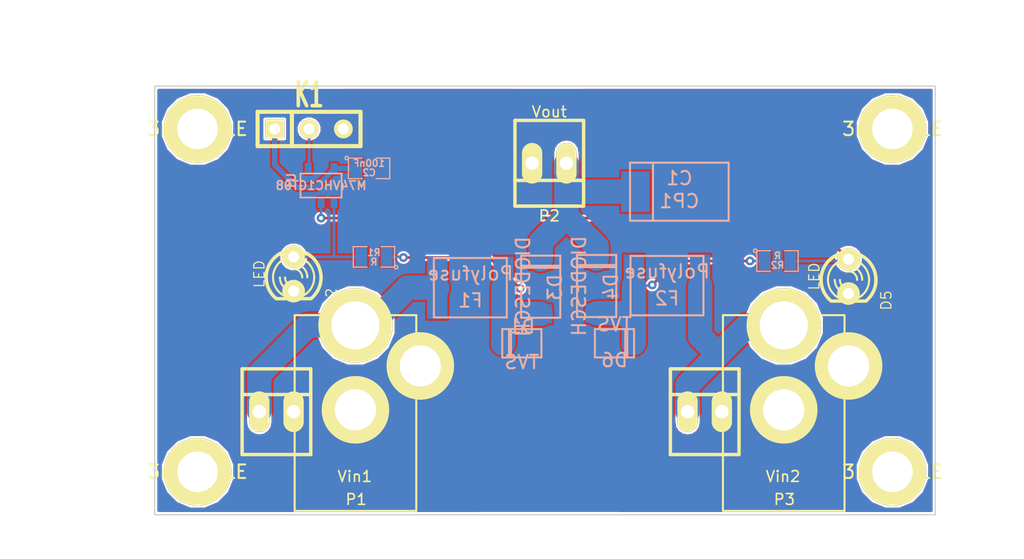
<source format=kicad_pcb>
(kicad_pcb (version 3) (host pcbnew "(22-Jun-2014 BZR 4027)-stable")

  (general
    (links 34)
    (no_connects 0)
    (area 142.568712 128.33985 211.835 165.895)
    (thickness 1.6)
    (drawings 12)
    (tracks 107)
    (zones 0)
    (modules 23)
    (nets 11)
  )

  (page A3)
  (title_block 
    (rev 1)
    (company "Radio Helsinki: RedunDC")
  )

  (layers
    (15 F.Cu signal)
    (0 B.Cu signal)
    (16 B.Adhes user)
    (17 F.Adhes user)
    (18 B.Paste user)
    (19 F.Paste user)
    (20 B.SilkS user)
    (21 F.SilkS user)
    (22 B.Mask user)
    (23 F.Mask user)
    (24 Dwgs.User user)
    (25 Cmts.User user)
    (26 Eco1.User user)
    (27 Eco2.User user)
    (28 Edge.Cuts user)
  )

  (setup
    (last_trace_width 0.2032)
    (user_trace_width 0.2032)
    (user_trace_width 0.3988)
    (user_trace_width 0.701)
    (user_trace_width 1.0008)
    (user_trace_width 1.8009)
    (trace_clearance 0.1524)
    (zone_clearance 0.1524)
    (zone_45_only no)
    (trace_min 0.1524)
    (segment_width 0.2)
    (edge_width 0.1)
    (via_size 0.6502)
    (via_drill 0.3023)
    (via_min_size 0.5004)
    (via_min_drill 0.3023)
    (user_via 0.6502 0.3023)
    (user_via 0.7493 0.3988)
    (user_via 0.95 0.3988)
    (user_via 1.1989 0.4496)
    (user_via 1.999 0.5004)
    (uvia_size 0.508)
    (uvia_drill 0.127)
    (uvias_allowed no)
    (uvia_min_size 0.508)
    (uvia_min_drill 0.127)
    (pcb_text_width 0.3)
    (pcb_text_size 1.5 1.5)
    (mod_edge_width 0.15)
    (mod_text_size 1 1)
    (mod_text_width 0.15)
    (pad_size 5 5)
    (pad_drill 3)
    (pad_to_mask_clearance 0)
    (aux_axis_origin 0 0)
    (visible_elements FFFFFFFF)
    (pcbplotparams
      (layerselection 3178497)
      (usegerberextensions true)
      (excludeedgelayer true)
      (linewidth 0.150000)
      (plotframeref false)
      (viasonmask false)
      (mode 1)
      (useauxorigin false)
      (hpglpennumber 1)
      (hpglpenspeed 20)
      (hpglpendiameter 15)
      (hpglpenoverlay 2)
      (psnegative false)
      (psa4output false)
      (plotreference true)
      (plotvalue true)
      (plotothertext true)
      (plotinvisibletext false)
      (padsonsilk false)
      (subtractmaskfromsilk false)
      (outputformat 1)
      (mirror false)
      (drillshape 1)
      (scaleselection 1)
      (outputdirectory ""))
  )

  (net 0 "")
  (net 1 GND)
  (net 2 N-000001)
  (net 3 N-0000010)
  (net 4 N-000002)
  (net 5 N-000003)
  (net 6 N-000004)
  (net 7 N-000006)
  (net 8 N-000008)
  (net 9 N-000009)
  (net 10 VCC)

  (net_class Default "Dies ist die voreingestellte Netzklasse."
    (clearance 0.1524)
    (trace_width 0.2032)
    (via_dia 0.6502)
    (via_drill 0.3023)
    (uvia_dia 0.508)
    (uvia_drill 0.127)
    (add_net "")
    (add_net GND)
    (add_net N-000001)
    (add_net N-0000010)
    (add_net N-000002)
    (add_net N-000003)
    (add_net N-000004)
    (add_net N-000006)
    (add_net N-000008)
    (add_net N-000009)
    (add_net VCC)
  )

  (module SOT23-5 (layer B.Cu) (tedit 4ECF78EF) (tstamp 551B1D04)
    (at 155.829 136.271 180)
    (path /551AE3F4)
    (attr smd)
    (fp_text reference U1 (at 2.19964 0.29972 450) (layer B.SilkS)
      (effects (font (size 0.635 0.635) (thickness 0.127)) (justify mirror))
    )
    (fp_text value M74VHC1GT08 (at 0 0 180) (layer B.SilkS)
      (effects (font (size 0.635 0.635) (thickness 0.127)) (justify mirror))
    )
    (fp_line (start 1.524 0.889) (end 1.524 -0.889) (layer B.SilkS) (width 0.127))
    (fp_line (start 1.524 -0.889) (end -1.524 -0.889) (layer B.SilkS) (width 0.127))
    (fp_line (start -1.524 -0.889) (end -1.524 0.889) (layer B.SilkS) (width 0.127))
    (fp_line (start -1.524 0.889) (end 1.524 0.889) (layer B.SilkS) (width 0.127))
    (pad 1 smd rect (at -0.9525 -1.27 180) (size 0.508 0.762)
      (layers B.Cu B.Paste B.Mask)
      (net 9 N-000009)
    )
    (pad 3 smd rect (at 0.9525 -1.27 180) (size 0.508 0.762)
      (layers B.Cu B.Paste B.Mask)
      (net 1 GND)
    )
    (pad 5 smd rect (at -0.9525 1.27 180) (size 0.508 0.762)
      (layers B.Cu B.Paste B.Mask)
      (net 10 VCC)
    )
    (pad 2 smd rect (at 0 -1.27 180) (size 0.508 0.762)
      (layers B.Cu B.Paste B.Mask)
      (net 8 N-000008)
    )
    (pad 4 smd rect (at 0.9525 1.27 180) (size 0.508 0.762)
      (layers B.Cu B.Paste B.Mask)
      (net 7 N-000006)
    )
    (model smd/SOT23_5.wrl
      (at (xyz 0 0 0))
      (scale (xyz 0.1 0.1 0.1))
      (rotate (xyz 0 0 0))
    )
  )

  (module SOD123W (layer B.Cu) (tedit 551B1C00) (tstamp 551B1D10)
    (at 170.688 147.955 180)
    (path /551ADF4F)
    (fp_text reference D1 (at 0 1.25 180) (layer B.SilkS)
      (effects (font (size 1 1) (thickness 0.15)) (justify mirror))
    )
    (fp_text value TVS (at 0 -1.4 180) (layer B.SilkS)
      (effects (font (size 1 1) (thickness 0.15)) (justify mirror))
    )
    (fp_line (start 0.8 1.05) (end 0.8 -1.05) (layer B.SilkS) (width 0.15))
    (fp_line (start 0.95 1.05) (end 0.95 -1.05) (layer B.SilkS) (width 0.15))
    (fp_line (start -1.45 1.05) (end 1.45 1.05) (layer B.SilkS) (width 0.15))
    (fp_line (start 1.45 1.05) (end 1.45 -1.05) (layer B.SilkS) (width 0.15))
    (fp_line (start 1.45 -1.05) (end -1.45 -1.05) (layer B.SilkS) (width 0.15))
    (fp_line (start -1.45 -1.05) (end -1.45 1.05) (layer B.SilkS) (width 0.15))
    (pad 1 smd rect (at -1.4 0 180) (size 1.2 1.2)
      (layers B.Cu B.Paste B.Mask)
      (net 1 GND)
    )
    (pad 2 smd rect (at 1.4 0 180) (size 1.2 1.2)
      (layers B.Cu B.Paste B.Mask)
      (net 2 N-000001)
    )
  )

  (module SOD123W (layer B.Cu) (tedit 551B1C00) (tstamp 551B1D1C)
    (at 177.546 147.955)
    (path /551ADF85)
    (fp_text reference D6 (at 0 1.25) (layer B.SilkS)
      (effects (font (size 1 1) (thickness 0.15)) (justify mirror))
    )
    (fp_text value TVS (at 0 -1.4) (layer B.SilkS)
      (effects (font (size 1 1) (thickness 0.15)) (justify mirror))
    )
    (fp_line (start 0.8 1.05) (end 0.8 -1.05) (layer B.SilkS) (width 0.15))
    (fp_line (start 0.95 1.05) (end 0.95 -1.05) (layer B.SilkS) (width 0.15))
    (fp_line (start -1.45 1.05) (end 1.45 1.05) (layer B.SilkS) (width 0.15))
    (fp_line (start 1.45 1.05) (end 1.45 -1.05) (layer B.SilkS) (width 0.15))
    (fp_line (start 1.45 -1.05) (end -1.45 -1.05) (layer B.SilkS) (width 0.15))
    (fp_line (start -1.45 -1.05) (end -1.45 1.05) (layer B.SilkS) (width 0.15))
    (pad 1 smd rect (at -1.4 0) (size 1.2 1.2)
      (layers B.Cu B.Paste B.Mask)
      (net 1 GND)
    )
    (pad 2 smd rect (at 1.4 0) (size 1.2 1.2)
      (layers B.Cu B.Paste B.Mask)
      (net 3 N-0000010)
    )
  )

  (module SM2917POL (layer B.Cu) (tedit 551B1470) (tstamp 551B1D27)
    (at 182.3466 136.7282)
    (path /551AE068)
    (fp_text reference C1 (at 0 -1) (layer B.SilkS)
      (effects (font (size 1 1) (thickness 0.15)) (justify mirror))
    )
    (fp_text value CP1 (at 0 0.7) (layer B.SilkS)
      (effects (font (size 1 1) (thickness 0.15)) (justify mirror))
    )
    (fp_line (start -1.95 2.15) (end -1.95 -2.15) (layer B.SilkS) (width 0.15))
    (fp_line (start -3.65 2.15) (end 3.65 2.15) (layer B.SilkS) (width 0.15))
    (fp_line (start 3.65 2.15) (end 3.65 -2.15) (layer B.SilkS) (width 0.15))
    (fp_line (start 3.65 -2.15) (end -3.65 -2.15) (layer B.SilkS) (width 0.15))
    (fp_line (start -3.65 -2.15) (end -3.65 2.15) (layer B.SilkS) (width 0.15))
    (pad 1 smd rect (at -3.25 0) (size 2.1 3)
      (layers B.Cu B.Paste B.Mask)
      (net 5 N-000003)
    )
    (pad 2 smd rect (at 3.25 0) (size 2.1 3)
      (layers B.Cu B.Paste B.Mask)
      (net 1 GND)
    )
  )

  (module SM0805 (layer B.Cu) (tedit 5091495C) (tstamp 551B1D34)
    (at 159.385 135.001)
    (path /551AE174)
    (attr smd)
    (fp_text reference C2 (at 0 0.3175) (layer B.SilkS)
      (effects (font (size 0.50038 0.50038) (thickness 0.10922)) (justify mirror))
    )
    (fp_text value 100nF (at 0 -0.381) (layer B.SilkS)
      (effects (font (size 0.50038 0.50038) (thickness 0.10922)) (justify mirror))
    )
    (fp_circle (center -1.651 -0.762) (end -1.651 -0.635) (layer B.SilkS) (width 0.09906))
    (fp_line (start -0.508 -0.762) (end -1.524 -0.762) (layer B.SilkS) (width 0.09906))
    (fp_line (start -1.524 -0.762) (end -1.524 0.762) (layer B.SilkS) (width 0.09906))
    (fp_line (start -1.524 0.762) (end -0.508 0.762) (layer B.SilkS) (width 0.09906))
    (fp_line (start 0.508 0.762) (end 1.524 0.762) (layer B.SilkS) (width 0.09906))
    (fp_line (start 1.524 0.762) (end 1.524 -0.762) (layer B.SilkS) (width 0.09906))
    (fp_line (start 1.524 -0.762) (end 0.508 -0.762) (layer B.SilkS) (width 0.09906))
    (pad 1 smd rect (at -0.9525 0) (size 0.889 1.397)
      (layers B.Cu B.Paste B.Mask)
      (net 10 VCC)
    )
    (pad 2 smd rect (at 0.9525 0) (size 0.889 1.397)
      (layers B.Cu B.Paste B.Mask)
      (net 1 GND)
    )
    (model smd/chip_cms.wrl
      (at (xyz 0 0 0))
      (scale (xyz 0.1 0.1 0.1))
      (rotate (xyz 0 0 0))
    )
  )

  (module SM0805 (layer B.Cu) (tedit 5091495C) (tstamp 551B1D41)
    (at 189.611 141.859)
    (path /551ADFF8)
    (attr smd)
    (fp_text reference R2 (at 0 0.3175) (layer B.SilkS)
      (effects (font (size 0.50038 0.50038) (thickness 0.10922)) (justify mirror))
    )
    (fp_text value R (at 0 -0.381) (layer B.SilkS)
      (effects (font (size 0.50038 0.50038) (thickness 0.10922)) (justify mirror))
    )
    (fp_circle (center -1.651 -0.762) (end -1.651 -0.635) (layer B.SilkS) (width 0.09906))
    (fp_line (start -0.508 -0.762) (end -1.524 -0.762) (layer B.SilkS) (width 0.09906))
    (fp_line (start -1.524 -0.762) (end -1.524 0.762) (layer B.SilkS) (width 0.09906))
    (fp_line (start -1.524 0.762) (end -0.508 0.762) (layer B.SilkS) (width 0.09906))
    (fp_line (start 0.508 0.762) (end 1.524 0.762) (layer B.SilkS) (width 0.09906))
    (fp_line (start 1.524 0.762) (end 1.524 -0.762) (layer B.SilkS) (width 0.09906))
    (fp_line (start 1.524 -0.762) (end 0.508 -0.762) (layer B.SilkS) (width 0.09906))
    (pad 1 smd rect (at -0.9525 0) (size 0.889 1.397)
      (layers B.Cu B.Paste B.Mask)
      (net 3 N-0000010)
    )
    (pad 2 smd rect (at 0.9525 0) (size 0.889 1.397)
      (layers B.Cu B.Paste B.Mask)
      (net 8 N-000008)
    )
    (model smd/chip_cms.wrl
      (at (xyz 0 0 0))
      (scale (xyz 0.1 0.1 0.1))
      (rotate (xyz 0 0 0))
    )
  )

  (module SM0805 (layer B.Cu) (tedit 5091495C) (tstamp 551B1D4E)
    (at 159.7406 141.5542 180)
    (path /551AE015)
    (attr smd)
    (fp_text reference R1 (at 0 0.3175 180) (layer B.SilkS)
      (effects (font (size 0.50038 0.50038) (thickness 0.10922)) (justify mirror))
    )
    (fp_text value R (at 0 -0.381 180) (layer B.SilkS)
      (effects (font (size 0.50038 0.50038) (thickness 0.10922)) (justify mirror))
    )
    (fp_circle (center -1.651 -0.762) (end -1.651 -0.635) (layer B.SilkS) (width 0.09906))
    (fp_line (start -0.508 -0.762) (end -1.524 -0.762) (layer B.SilkS) (width 0.09906))
    (fp_line (start -1.524 -0.762) (end -1.524 0.762) (layer B.SilkS) (width 0.09906))
    (fp_line (start -1.524 0.762) (end -0.508 0.762) (layer B.SilkS) (width 0.09906))
    (fp_line (start 0.508 0.762) (end 1.524 0.762) (layer B.SilkS) (width 0.09906))
    (fp_line (start 1.524 0.762) (end 1.524 -0.762) (layer B.SilkS) (width 0.09906))
    (fp_line (start 1.524 -0.762) (end 0.508 -0.762) (layer B.SilkS) (width 0.09906))
    (pad 1 smd rect (at -0.9525 0 180) (size 0.889 1.397)
      (layers B.Cu B.Paste B.Mask)
      (net 2 N-000001)
    )
    (pad 2 smd rect (at 0.9525 0 180) (size 0.889 1.397)
      (layers B.Cu B.Paste B.Mask)
      (net 9 N-000009)
    )
    (model smd/chip_cms.wrl
      (at (xyz 0 0 0))
      (scale (xyz 0.1 0.1 0.1))
      (rotate (xyz 0 0 0))
    )
  )

  (module SIL-3 (layer F.Cu) (tedit 200000) (tstamp 551B1D5A)
    (at 154.94 132.08)
    (descr "Connecteur 3 pins")
    (tags "CONN DEV")
    (path /551AE11C)
    (fp_text reference K1 (at 0 -2.54) (layer F.SilkS)
      (effects (font (size 1.7907 1.07696) (thickness 0.3048)))
    )
    (fp_text value STATUS (at 0 -2.54) (layer F.SilkS) hide
      (effects (font (size 1.524 1.016) (thickness 0.3048)))
    )
    (fp_line (start -3.81 1.27) (end -3.81 -1.27) (layer F.SilkS) (width 0.3048))
    (fp_line (start -3.81 -1.27) (end 3.81 -1.27) (layer F.SilkS) (width 0.3048))
    (fp_line (start 3.81 -1.27) (end 3.81 1.27) (layer F.SilkS) (width 0.3048))
    (fp_line (start 3.81 1.27) (end -3.81 1.27) (layer F.SilkS) (width 0.3048))
    (fp_line (start -1.27 -1.27) (end -1.27 1.27) (layer F.SilkS) (width 0.3048))
    (pad 1 thru_hole rect (at -2.54 0) (size 1.397 1.397) (drill 0.8128)
      (layers *.Cu *.Mask F.SilkS)
      (net 10 VCC)
    )
    (pad 2 thru_hole circle (at 0 0) (size 1.397 1.397) (drill 0.8128)
      (layers *.Cu *.Mask F.SilkS)
      (net 7 N-000006)
    )
    (pad 3 thru_hole circle (at 2.54 0) (size 1.397 1.397) (drill 0.8128)
      (layers *.Cu *.Mask F.SilkS)
      (net 1 GND)
    )
  )

  (module LF2016L (layer B.Cu) (tedit 551B1747) (tstamp 551B1D82)
    (at 166.878 143.8402)
    (path /551ADEE0)
    (fp_text reference F1 (at 0 0.95) (layer B.SilkS)
      (effects (font (size 1 1) (thickness 0.15)) (justify mirror))
    )
    (fp_text value Polyfuse (at 0 -1.05) (layer B.SilkS)
      (effects (font (size 1 1) (thickness 0.15)) (justify mirror))
    )
    (fp_line (start -2.7 2.2) (end 2.7 2.2) (layer B.SilkS) (width 0.15))
    (fp_line (start 2.7 2.2) (end 2.7 -2.2) (layer B.SilkS) (width 0.15))
    (fp_line (start 2.7 -2.2) (end -2.7 -2.2) (layer B.SilkS) (width 0.15))
    (fp_line (start -2.7 -2.2) (end -2.7 2.2) (layer B.SilkS) (width 0.15))
    (pad 1 smd rect (at -2.45 0) (size 1.5 4.6)
      (layers B.Cu B.Paste B.Mask)
      (net 6 N-000004)
    )
    (pad 2 smd rect (at 2.45 0) (size 1.5 4.6)
      (layers B.Cu B.Paste B.Mask)
      (net 2 N-000001)
    )
  )

  (module LF2016L (layer B.Cu) (tedit 551B1747) (tstamp 551B1D8C)
    (at 181.4322 143.6878)
    (path /551ADED1)
    (fp_text reference F2 (at 0 0.95) (layer B.SilkS)
      (effects (font (size 1 1) (thickness 0.15)) (justify mirror))
    )
    (fp_text value Polyfuse (at 0 -1.05) (layer B.SilkS)
      (effects (font (size 1 1) (thickness 0.15)) (justify mirror))
    )
    (fp_line (start -2.7 2.2) (end 2.7 2.2) (layer B.SilkS) (width 0.15))
    (fp_line (start 2.7 2.2) (end 2.7 -2.2) (layer B.SilkS) (width 0.15))
    (fp_line (start 2.7 -2.2) (end -2.7 -2.2) (layer B.SilkS) (width 0.15))
    (fp_line (start -2.7 -2.2) (end -2.7 2.2) (layer B.SilkS) (width 0.15))
    (pad 1 smd rect (at -2.45 0) (size 1.5 4.6)
      (layers B.Cu B.Paste B.Mask)
      (net 3 N-0000010)
    )
    (pad 2 smd rect (at 2.45 0) (size 1.5 4.6)
      (layers B.Cu B.Paste B.Mask)
      (net 4 N-000002)
    )
  )

  (module LED-3MM (layer F.Cu) (tedit 50ADE848) (tstamp 551B1DA5)
    (at 153.797 142.8242 270)
    (descr "LED 3mm - Lead pitch 100mil (2,54mm)")
    (tags "LED led 3mm 3MM 100mil 2,54mm")
    (path /551AE00F)
    (fp_text reference D2 (at 1.778 -2.794 270) (layer F.SilkS)
      (effects (font (size 0.762 0.762) (thickness 0.0889)))
    )
    (fp_text value LED (at 0 2.54 270) (layer F.SilkS)
      (effects (font (size 0.762 0.762) (thickness 0.0889)))
    )
    (fp_line (start 1.8288 1.27) (end 1.8288 -1.27) (layer F.SilkS) (width 0.254))
    (fp_arc (start 0.254 0) (end -1.27 0) (angle 39.8) (layer F.SilkS) (width 0.1524))
    (fp_arc (start 0.254 0) (end -0.88392 1.01092) (angle 41.6) (layer F.SilkS) (width 0.1524))
    (fp_arc (start 0.254 0) (end 1.4097 -0.9906) (angle 40.6) (layer F.SilkS) (width 0.1524))
    (fp_arc (start 0.254 0) (end 1.778 0) (angle 39.8) (layer F.SilkS) (width 0.1524))
    (fp_arc (start 0.254 0) (end 0.254 -1.524) (angle 54.4) (layer F.SilkS) (width 0.1524))
    (fp_arc (start 0.254 0) (end -0.9652 -0.9144) (angle 53.1) (layer F.SilkS) (width 0.1524))
    (fp_arc (start 0.254 0) (end 1.45542 0.93472) (angle 52.1) (layer F.SilkS) (width 0.1524))
    (fp_arc (start 0.254 0) (end 0.254 1.524) (angle 52.1) (layer F.SilkS) (width 0.1524))
    (fp_arc (start 0.254 0) (end -0.381 0) (angle 90) (layer F.SilkS) (width 0.1524))
    (fp_arc (start 0.254 0) (end -0.762 0) (angle 90) (layer F.SilkS) (width 0.1524))
    (fp_arc (start 0.254 0) (end 0.889 0) (angle 90) (layer F.SilkS) (width 0.1524))
    (fp_arc (start 0.254 0) (end 1.27 0) (angle 90) (layer F.SilkS) (width 0.1524))
    (fp_arc (start 0.254 0) (end 0.254 -2.032) (angle 50.1) (layer F.SilkS) (width 0.254))
    (fp_arc (start 0.254 0) (end -1.5367 -0.95504) (angle 61.9) (layer F.SilkS) (width 0.254))
    (fp_arc (start 0.254 0) (end 1.8034 1.31064) (angle 49.7) (layer F.SilkS) (width 0.254))
    (fp_arc (start 0.254 0) (end 0.254 2.032) (angle 60.2) (layer F.SilkS) (width 0.254))
    (fp_arc (start 0.254 0) (end -1.778 0) (angle 28.3) (layer F.SilkS) (width 0.254))
    (fp_arc (start 0.254 0) (end -1.47574 1.06426) (angle 31.6) (layer F.SilkS) (width 0.254))
    (pad 1 thru_hole circle (at -1.27 0 270) (size 1.6764 1.6764) (drill 0.8128)
      (layers *.Cu *.Mask F.SilkS)
      (net 9 N-000009)
    )
    (pad 2 thru_hole circle (at 1.27 0 270) (size 1.6764 1.6764) (drill 0.8128)
      (layers *.Cu *.Mask F.SilkS)
      (net 1 GND)
    )
    (model discret/leds/led3_vertical_verde.wrl
      (at (xyz 0 0 0))
      (scale (xyz 1 1 1))
      (rotate (xyz 0 0 0))
    )
  )

  (module LED-3MM (layer F.Cu) (tedit 50ADE848) (tstamp 551B1DBE)
    (at 194.8688 143.002 270)
    (descr "LED 3mm - Lead pitch 100mil (2,54mm)")
    (tags "LED led 3mm 3MM 100mil 2,54mm")
    (path /551ADFCB)
    (fp_text reference D5 (at 1.778 -2.794 270) (layer F.SilkS)
      (effects (font (size 0.762 0.762) (thickness 0.0889)))
    )
    (fp_text value LED (at 0 2.54 270) (layer F.SilkS)
      (effects (font (size 0.762 0.762) (thickness 0.0889)))
    )
    (fp_line (start 1.8288 1.27) (end 1.8288 -1.27) (layer F.SilkS) (width 0.254))
    (fp_arc (start 0.254 0) (end -1.27 0) (angle 39.8) (layer F.SilkS) (width 0.1524))
    (fp_arc (start 0.254 0) (end -0.88392 1.01092) (angle 41.6) (layer F.SilkS) (width 0.1524))
    (fp_arc (start 0.254 0) (end 1.4097 -0.9906) (angle 40.6) (layer F.SilkS) (width 0.1524))
    (fp_arc (start 0.254 0) (end 1.778 0) (angle 39.8) (layer F.SilkS) (width 0.1524))
    (fp_arc (start 0.254 0) (end 0.254 -1.524) (angle 54.4) (layer F.SilkS) (width 0.1524))
    (fp_arc (start 0.254 0) (end -0.9652 -0.9144) (angle 53.1) (layer F.SilkS) (width 0.1524))
    (fp_arc (start 0.254 0) (end 1.45542 0.93472) (angle 52.1) (layer F.SilkS) (width 0.1524))
    (fp_arc (start 0.254 0) (end 0.254 1.524) (angle 52.1) (layer F.SilkS) (width 0.1524))
    (fp_arc (start 0.254 0) (end -0.381 0) (angle 90) (layer F.SilkS) (width 0.1524))
    (fp_arc (start 0.254 0) (end -0.762 0) (angle 90) (layer F.SilkS) (width 0.1524))
    (fp_arc (start 0.254 0) (end 0.889 0) (angle 90) (layer F.SilkS) (width 0.1524))
    (fp_arc (start 0.254 0) (end 1.27 0) (angle 90) (layer F.SilkS) (width 0.1524))
    (fp_arc (start 0.254 0) (end 0.254 -2.032) (angle 50.1) (layer F.SilkS) (width 0.254))
    (fp_arc (start 0.254 0) (end -1.5367 -0.95504) (angle 61.9) (layer F.SilkS) (width 0.254))
    (fp_arc (start 0.254 0) (end 1.8034 1.31064) (angle 49.7) (layer F.SilkS) (width 0.254))
    (fp_arc (start 0.254 0) (end 0.254 2.032) (angle 60.2) (layer F.SilkS) (width 0.254))
    (fp_arc (start 0.254 0) (end -1.778 0) (angle 28.3) (layer F.SilkS) (width 0.254))
    (fp_arc (start 0.254 0) (end -1.47574 1.06426) (angle 31.6) (layer F.SilkS) (width 0.254))
    (pad 1 thru_hole circle (at -1.27 0 270) (size 1.6764 1.6764) (drill 0.8128)
      (layers *.Cu *.Mask F.SilkS)
      (net 8 N-000008)
    )
    (pad 2 thru_hole circle (at 1.27 0 270) (size 1.6764 1.6764) (drill 0.8128)
      (layers *.Cu *.Mask F.SilkS)
      (net 1 GND)
    )
    (model discret/leds/led3_vertical_verde.wrl
      (at (xyz 0 0 0))
      (scale (xyz 1 1 1))
      (rotate (xyz 0 0 0))
    )
  )

  (module DO-214AC (layer B.Cu) (tedit 551B1BF3) (tstamp 551B1DCA)
    (at 176.2252 143.7132 90)
    (path /551ADF6B)
    (fp_text reference D4 (at -0.05 1.05 90) (layer B.SilkS)
      (effects (font (size 1 1) (thickness 0.15)) (justify mirror))
    )
    (fp_text value DIODESCH (at 0 -1.3 90) (layer B.SilkS)
      (effects (font (size 1 1) (thickness 0.15)) (justify mirror))
    )
    (fp_line (start 1.4 -1.45) (end 1.4 1.45) (layer B.SilkS) (width 0.15))
    (fp_line (start 1.55 1.45) (end 1.55 -1.45) (layer B.SilkS) (width 0.15))
    (fp_line (start -2.3 1.45) (end 2.3 1.45) (layer B.SilkS) (width 0.15))
    (fp_line (start 2.3 1.45) (end 2.3 -1.45) (layer B.SilkS) (width 0.15))
    (fp_line (start 2.3 -1.45) (end -2.3 -1.45) (layer B.SilkS) (width 0.15))
    (fp_line (start -2.3 -1.45) (end -2.3 1.45) (layer B.SilkS) (width 0.15))
    (pad 1 smd rect (at -2.015 0 90) (size 1.4 1.64)
      (layers B.Cu B.Paste B.Mask)
      (net 3 N-0000010)
    )
    (pad 2 smd rect (at 2.015 0 90) (size 1.4 1.64)
      (layers B.Cu B.Paste B.Mask)
      (net 5 N-000003)
    )
  )

  (module DO-214AC (layer B.Cu) (tedit 551B1BF3) (tstamp 551B1DD6)
    (at 172.085 143.764 90)
    (path /551ADF5E)
    (fp_text reference D3 (at -0.05 1.05 90) (layer B.SilkS)
      (effects (font (size 1 1) (thickness 0.15)) (justify mirror))
    )
    (fp_text value DIODESCH (at 0 -1.3 90) (layer B.SilkS)
      (effects (font (size 1 1) (thickness 0.15)) (justify mirror))
    )
    (fp_line (start 1.4 -1.45) (end 1.4 1.45) (layer B.SilkS) (width 0.15))
    (fp_line (start 1.55 1.45) (end 1.55 -1.45) (layer B.SilkS) (width 0.15))
    (fp_line (start -2.3 1.45) (end 2.3 1.45) (layer B.SilkS) (width 0.15))
    (fp_line (start 2.3 1.45) (end 2.3 -1.45) (layer B.SilkS) (width 0.15))
    (fp_line (start 2.3 -1.45) (end -2.3 -1.45) (layer B.SilkS) (width 0.15))
    (fp_line (start -2.3 -1.45) (end -2.3 1.45) (layer B.SilkS) (width 0.15))
    (pad 1 smd rect (at -2.015 0 90) (size 1.4 1.64)
      (layers B.Cu B.Paste B.Mask)
      (net 2 N-000001)
    )
    (pad 2 smd rect (at 2.015 0 90) (size 1.4 1.64)
      (layers B.Cu B.Paste B.Mask)
      (net 5 N-000003)
    )
  )

  (module 3mmHOLE (layer F.Cu) (tedit 551B1F8C) (tstamp 551BDB62)
    (at 198.12 132.08)
    (fp_text reference 3mmHOLE (at 0 0) (layer F.SilkS)
      (effects (font (size 1 1) (thickness 0.15)))
    )
    (fp_text value VAL** (at 0 0) (layer F.SilkS)
      (effects (font (size 1 1) (thickness 0.15)))
    )
    (pad 1 thru_hole circle (at 0 0) (size 5 5) (drill 3)
      (layers *.Cu *.Mask F.SilkS)
    )
  )

  (module 3mmHOLE (layer F.Cu) (tedit 551B1F8C) (tstamp 551BDB6E)
    (at 146.685 132.08)
    (fp_text reference 3mmHOLE (at 0 0) (layer F.SilkS)
      (effects (font (size 1 1) (thickness 0.15)))
    )
    (fp_text value VAL** (at 0 0) (layer F.SilkS)
      (effects (font (size 1 1) (thickness 0.15)))
    )
    (pad 1 thru_hole circle (at 0 0) (size 5 5) (drill 3)
      (layers *.Cu *.Mask F.SilkS)
    )
  )

  (module 3mmHOLE (layer F.Cu) (tedit 551B1F8C) (tstamp 551BDB77)
    (at 146.685 157.48)
    (fp_text reference 3mmHOLE (at 0 0) (layer F.SilkS)
      (effects (font (size 1 1) (thickness 0.15)))
    )
    (fp_text value VAL** (at 0 0) (layer F.SilkS)
      (effects (font (size 1 1) (thickness 0.15)))
    )
    (pad 1 thru_hole circle (at 0 0) (size 5 5) (drill 3)
      (layers *.Cu *.Mask F.SilkS)
    )
  )

  (module 3mmHOLE (layer F.Cu) (tedit 551B1F8C) (tstamp 551BDB80)
    (at 198.12 157.48)
    (fp_text reference 3mmHOLE (at 0 0) (layer F.SilkS)
      (effects (font (size 1 1) (thickness 0.15)))
    )
    (fp_text value VAL** (at 0 0) (layer F.SilkS)
      (effects (font (size 1 1) (thickness 0.15)))
    )
    (pad 1 thru_hole circle (at 0 0) (size 5 5) (drill 3)
      (layers *.Cu *.Mask F.SilkS)
    )
  )

  (module rhlogo_copper-front_10mm (layer F.Cu) (tedit 0) (tstamp 551BFA87)
    (at 172.72 158.75)
    (fp_text reference G*** (at 0 1.69418) (layer F.SilkS) hide
      (effects (font (size 0.22098 0.22098) (thickness 0.04318)))
    )
    (fp_text value rhlogo_copper-front_10mm (at 0 -1.69418) (layer F.SilkS) hide
      (effects (font (size 0.22098 0.22098) (thickness 0.04318)))
    )
    (fp_poly (pts (xy 4.99872 1.58242) (xy 4.8387 1.58242) (xy 4.8387 1.4224) (xy 4.8387 -1.41224)
      (xy -2.2479 -1.41224) (xy -2.2479 1.4224) (xy 4.8387 1.4224) (xy 4.8387 1.58242)
      (xy -2.40538 1.58242) (xy -2.40538 1.4224) (xy -2.40538 -1.41224) (xy -4.826 -1.41224)
      (xy -4.826 1.4224) (xy -2.40538 1.4224) (xy -2.40538 1.58242) (xy -4.99872 1.58242)
      (xy -4.99872 -1.58242) (xy 4.99872 -1.58242) (xy 4.99872 1.58242) (xy 4.99872 1.58242)) (layer F.Cu) (width 0.00254))
    (fp_poly (pts (xy -2.52222 1.1176) (xy -2.52476 1.14808) (xy -2.54254 1.18364) (xy -2.57048 1.20904)
      (xy -2.5781 1.21412) (xy -2.62128 1.22936) (xy -2.67462 1.23444) (xy -2.72288 1.22936)
      (xy -2.7432 1.22174) (xy -2.77368 1.2065) (xy -2.81178 1.1811) (xy -2.85496 1.15062)
      (xy -2.8575 1.14808) (xy -2.91338 1.11252) (xy -2.98704 1.06426) (xy -3.0861 1.00838)
      (xy -3.20548 0.94234) (xy -3.34518 0.86614) (xy -3.44678 0.81026) (xy -3.63474 0.71374)
      (xy -3.77952 0.77978) (xy -3.89128 0.83312) (xy -4.0005 0.88646) (xy -4.1021 0.9398)
      (xy -4.19608 0.98806) (xy -4.27482 1.03124) (xy -4.33832 1.06934) (xy -4.3815 1.09982)
      (xy -4.38912 1.10236) (xy -4.44754 1.15062) (xy -4.49072 1.1811) (xy -4.5212 1.20396)
      (xy -4.54406 1.21666) (xy -4.56184 1.22428) (xy -4.57962 1.22682) (xy -4.59486 1.22682)
      (xy -4.64312 1.21666) (xy -4.6736 1.1938) (xy -4.68884 1.1557) (xy -4.68376 1.10998)
      (xy -4.65836 1.05918) (xy -4.65328 1.0541) (xy -4.63042 1.02616) (xy -4.59486 1.0033)
      (xy -4.54406 0.9779) (xy -4.47802 0.9525) (xy -4.43484 0.9398) (xy -4.39928 0.9271)
      (xy -4.34848 0.90678) (xy -4.28752 0.88138) (xy -4.21894 0.8509) (xy -4.14528 0.82042)
      (xy -4.07162 0.7874) (xy -3.99796 0.75438) (xy -3.93192 0.72136) (xy -3.87604 0.69596)
      (xy -3.83286 0.6731) (xy -3.80238 0.65786) (xy -3.79476 0.65024) (xy -3.80492 0.64262)
      (xy -3.8354 0.62738) (xy -3.88112 0.60198) (xy -3.93954 0.5715) (xy -4.01066 0.53594)
      (xy -4.07416 0.50546) (xy -4.17576 0.45466) (xy -4.25958 0.41656) (xy -4.32816 0.38608)
      (xy -4.38912 0.36322) (xy -4.43992 0.34544) (xy -4.47548 0.33528) (xy -4.53898 0.3175)
      (xy -4.5847 0.30226) (xy -4.61518 0.28448) (xy -4.63804 0.2667) (xy -4.67106 0.22352)
      (xy -4.67868 0.18542) (xy -4.6609 0.14986) (xy -4.64058 0.12954) (xy -4.60248 0.10414)
      (xy -4.5593 0.09398) (xy -4.5085 0.1016) (xy -4.45008 0.12192) (xy -4.3815 0.16002)
      (xy -4.29768 0.2159) (xy -4.27482 0.23368) (xy -4.20878 0.2794) (xy -4.15036 0.3175)
      (xy -4.09194 0.35306) (xy -4.03098 0.38862) (xy -3.95986 0.42418) (xy -3.8735 0.46482)
      (xy -3.7973 0.50038) (xy -3.73126 0.53086) (xy -3.683 0.55118) (xy -3.64744 0.56388)
      (xy -3.62458 0.56896) (xy -3.60426 0.56896) (xy -3.5941 0.56642) (xy -3.5687 0.55626)
      (xy -3.52298 0.53848) (xy -3.4671 0.51308) (xy -3.39852 0.4826) (xy -3.3274 0.44958)
      (xy -3.25628 0.41656) (xy -3.1877 0.38354) (xy -3.12928 0.3556) (xy -3.08356 0.3302)
      (xy -3.06578 0.32004) (xy -3.01752 0.2921) (xy -2.97434 0.26162) (xy -2.9464 0.23876)
      (xy -2.8702 0.17526) (xy -2.79654 0.12954) (xy -2.7305 0.09906) (xy -2.68224 0.08636)
      (xy -2.64414 0.08382) (xy -2.62128 0.0889) (xy -2.60096 0.10414) (xy -2.58572 0.12446)
      (xy -2.55778 0.17272) (xy -2.55524 0.21844) (xy -2.57556 0.25654) (xy -2.62128 0.28956)
      (xy -2.68732 0.32004) (xy -2.75082 0.33782) (xy -2.80924 0.35306) (xy -2.87274 0.37084)
      (xy -2.91846 0.38608) (xy -2.95402 0.40132) (xy -3.00482 0.42418) (xy -3.06832 0.45212)
      (xy -3.13944 0.4826) (xy -3.2131 0.51816) (xy -3.28676 0.55118) (xy -3.35026 0.58166)
      (xy -3.40614 0.6096) (xy -3.44424 0.62738) (xy -3.4798 0.64516) (xy -3.20294 0.78994)
      (xy -3.1115 0.83566) (xy -3.03784 0.87376) (xy -2.97688 0.9017) (xy -2.92354 0.92456)
      (xy -2.87528 0.94234) (xy -2.82956 0.95758) (xy -2.77876 0.97028) (xy -2.6797 1.00076)
      (xy -2.6035 1.03632) (xy -2.5527 1.07188) (xy -2.52476 1.11252) (xy -2.52222 1.1176)
      (xy -2.52222 1.1176)) (layer F.Cu) (width 0.00254))
    (fp_poly (pts (xy -3.00736 -0.74168) (xy -3.01244 -0.63246) (xy -3.03276 -0.5207) (xy -3.06832 -0.4064)
      (xy -3.11404 -0.29464) (xy -3.12674 -0.27432) (xy -3.13182 -0.25908) (xy -3.13182 -0.63754)
      (xy -3.13436 -0.70612) (xy -3.14198 -0.78232) (xy -3.15214 -0.84328) (xy -3.16992 -0.889)
      (xy -3.19532 -0.93218) (xy -3.23342 -0.97282) (xy -3.2385 -0.9779) (xy -3.30708 -1.03632)
      (xy -3.3782 -1.07696) (xy -3.45948 -1.09728) (xy -3.55346 -1.10236) (xy -3.66014 -1.08966)
      (xy -3.68554 -1.08712) (xy -3.7592 -1.07188) (xy -3.81254 -1.05918) (xy -3.85064 -1.0414)
      (xy -3.88366 -1.02108) (xy -3.9116 -0.99314) (xy -3.91414 -0.99314) (xy -3.95986 -0.92964)
      (xy -3.99796 -0.84836) (xy -4.02844 -0.74422) (xy -4.04368 -0.66548) (xy -4.07162 -0.52324)
      (xy -4.04114 -0.50292) (xy -3.99034 -0.46482) (xy -3.9624 -0.4318) (xy -3.95732 -0.39624)
      (xy -3.95732 -0.3937) (xy -3.95478 -0.3556) (xy -3.94462 -0.34036) (xy -3.93446 -0.32258)
      (xy -3.93192 -0.3048) (xy -3.937 -0.27178) (xy -3.94208 -0.254) (xy -3.9497 -0.21844)
      (xy -3.95224 -0.19558) (xy -3.94462 -0.18288) (xy -3.93192 -0.17272) (xy -3.90398 -0.1524)
      (xy -3.92938 -0.11938) (xy -3.94462 -0.09652) (xy -3.9497 -0.0762) (xy -3.93954 -0.04826)
      (xy -3.937 -0.04318) (xy -3.91414 -0.00254) (xy -3.88366 0.02794) (xy -3.88112 0.03048)
      (xy -3.85064 0.06604) (xy -3.84302 0.09652) (xy -3.8354 0.1524) (xy -3.81254 0.21082)
      (xy -3.77952 0.25908) (xy -3.76936 0.27178) (xy -3.74142 0.2921) (xy -3.71602 0.30226)
      (xy -3.67538 0.3048) (xy -3.66522 0.3048) (xy -3.61442 0.30226) (xy -3.556 0.29718)
      (xy -3.51282 0.2921) (xy -3.429 0.27686) (xy -3.4036 0.22098) (xy -3.38836 0.18288)
      (xy -3.37058 0.12954) (xy -3.35534 0.07112) (xy -3.3528 0.06096) (xy -3.31978 -0.05842)
      (xy -3.28676 -0.16256) (xy -3.2512 -0.25654) (xy -3.2131 -0.3429) (xy -3.175 -0.42672)
      (xy -3.1496 -0.50038) (xy -3.1369 -0.56642) (xy -3.13182 -0.63754) (xy -3.13182 -0.25908)
      (xy -3.15722 -0.20828) (xy -3.19024 -0.12446) (xy -3.22072 -0.03048) (xy -3.24866 0.06604)
      (xy -3.27406 0.1651) (xy -3.27914 0.1905) (xy -3.2893 0.23368) (xy -3.30454 0.2667)
      (xy -3.32994 0.29718) (xy -3.35788 0.32512) (xy -3.40614 0.36576) (xy -3.45186 0.3937)
      (xy -3.46964 0.40132) (xy -3.53568 0.41148) (xy -3.61188 0.41402) (xy -3.68808 0.4064)
      (xy -3.72618 0.39624) (xy -3.76936 0.38354) (xy -3.80746 0.37084) (xy -3.82016 0.36576)
      (xy -3.85064 0.3429) (xy -3.88112 0.30226) (xy -3.90906 0.24892) (xy -3.92938 0.1905)
      (xy -3.92938 0.18542) (xy -3.94208 0.1397) (xy -3.95986 0.10922) (xy -3.9878 0.08382)
      (xy -4.00812 0.06858) (xy -4.02336 0.04826) (xy -4.0386 0.01016) (xy -4.05384 -0.03302)
      (xy -4.06654 -0.08382) (xy -4.0767 -0.12954) (xy -4.0767 -0.15494) (xy -4.08178 -0.1905)
      (xy -4.09448 -0.23114) (xy -4.1021 -0.25146) (xy -4.11734 -0.28956) (xy -4.12496 -0.32258)
      (xy -4.12496 -0.33528) (xy -4.12496 -0.38608) (xy -4.13766 -0.42418) (xy -4.15798 -0.45212)
      (xy -4.17576 -0.47752) (xy -4.18592 -0.49784) (xy -4.18338 -0.52324) (xy -4.1783 -0.56134)
      (xy -4.16814 -0.61722) (xy -4.16052 -0.67818) (xy -4.15798 -0.70358) (xy -4.15036 -0.75184)
      (xy -4.1402 -0.81026) (xy -4.1275 -0.87122) (xy -4.12496 -0.88138) (xy -4.10972 -0.93472)
      (xy -4.09702 -0.97282) (xy -4.07924 -1.0033) (xy -4.0513 -1.03378) (xy -4.02844 -1.05664)
      (xy -3.9624 -1.11506) (xy -3.89636 -1.15824) (xy -3.8227 -1.18618) (xy -3.73888 -1.2065)
      (xy -3.63728 -1.21412) (xy -3.57378 -1.21412) (xy -3.46964 -1.21158) (xy -3.38836 -1.20396)
      (xy -3.31978 -1.18618) (xy -3.2639 -1.16332) (xy -3.26136 -1.16078) (xy -3.22326 -1.13284)
      (xy -3.17754 -1.0922) (xy -3.13182 -1.04648) (xy -3.08864 -0.99822) (xy -3.05562 -0.95504)
      (xy -3.03784 -0.9271) (xy -3.01498 -0.84074) (xy -3.00736 -0.74168) (xy -3.00736 -0.74168)) (layer F.Cu) (width 0.00254))
    (fp_poly (pts (xy 2.83464 0.18034) (xy 2.82956 0.20574) (xy 2.8067 0.22606) (xy 2.80162 0.2286)
      (xy 2.76352 0.25146) (xy 2.76352 0.67056) (xy 2.76352 0.78486) (xy 2.76352 0.87376)
      (xy 2.76098 0.94742) (xy 2.76098 1.0033) (xy 2.75844 1.04394) (xy 2.7559 1.07696)
      (xy 2.75336 1.09982) (xy 2.74828 1.1176) (xy 2.74066 1.13538) (xy 2.73558 1.14554)
      (xy 2.71018 1.18618) (xy 2.68478 1.20142) (xy 2.6543 1.1938) (xy 2.62382 1.1684)
      (xy 2.60096 1.13538) (xy 2.57302 1.08712) (xy 2.54508 1.016) (xy 2.51206 0.9271)
      (xy 2.47396 0.8128) (xy 2.46126 0.7747) (xy 2.44348 0.71882) (xy 2.42062 0.65532)
      (xy 2.39522 0.58674) (xy 2.36982 0.51816) (xy 2.34442 0.45466) (xy 2.3241 0.40132)
      (xy 2.30632 0.36068) (xy 2.29362 0.33782) (xy 2.29108 0.33528) (xy 2.29108 0.34544)
      (xy 2.29108 0.37846) (xy 2.29108 0.42926) (xy 2.29108 0.4953) (xy 2.29362 0.57404)
      (xy 2.29362 0.66294) (xy 2.29362 0.68326) (xy 2.29616 0.79756) (xy 2.29616 0.889)
      (xy 2.30124 0.96012) (xy 2.30378 1.01346) (xy 2.30886 1.05156) (xy 2.31648 1.0795)
      (xy 2.32664 1.09474) (xy 2.3368 1.10236) (xy 2.35204 1.1049) (xy 2.35204 1.1049)
      (xy 2.37744 1.11252) (xy 2.4003 1.13284) (xy 2.413 1.15824) (xy 2.413 1.17856)
      (xy 2.39776 1.18364) (xy 2.3622 1.18618) (xy 2.31648 1.18872) (xy 2.2606 1.19126)
      (xy 2.20472 1.18872) (xy 2.15392 1.18872) (xy 2.11074 1.18364) (xy 2.0828 1.17856)
      (xy 2.07772 1.17602) (xy 2.06248 1.14554) (xy 2.0701 1.11506) (xy 2.10058 1.08204)
      (xy 2.11074 1.07442) (xy 2.16154 1.03886) (xy 2.159 0.71882) (xy 2.15646 0.60198)
      (xy 2.15646 0.50546) (xy 2.15138 0.42926) (xy 2.1463 0.37084) (xy 2.14122 0.32766)
      (xy 2.13106 0.29464) (xy 2.11836 0.27432) (xy 2.10312 0.26162) (xy 2.10058 0.26162)
      (xy 2.06756 0.23622) (xy 2.05232 0.20066) (xy 2.04978 0.18034) (xy 2.04978 0.14732)
      (xy 2.17932 0.1397) (xy 2.23774 0.13462) (xy 2.27838 0.13462) (xy 2.30378 0.13716)
      (xy 2.3241 0.14478) (xy 2.34442 0.15494) (xy 2.35204 0.16002) (xy 2.3749 0.1778)
      (xy 2.39268 0.20066) (xy 2.41046 0.23876) (xy 2.43332 0.28956) (xy 2.44348 0.31242)
      (xy 2.46888 0.37846) (xy 2.49428 0.45212) (xy 2.5146 0.5207) (xy 2.52222 0.5461)
      (xy 2.55016 0.63246) (xy 2.57302 0.69596) (xy 2.5908 0.7366) (xy 2.6035 0.75692)
      (xy 2.60858 0.75946) (xy 2.61366 0.74422) (xy 2.61874 0.7112) (xy 2.61874 0.66294)
      (xy 2.62128 0.60452) (xy 2.62128 0.53848) (xy 2.62128 0.47244) (xy 2.61874 0.41148)
      (xy 2.61366 0.3556) (xy 2.61112 0.3302) (xy 2.60604 0.28702) (xy 2.59842 0.26162)
      (xy 2.58826 0.24638) (xy 2.56794 0.23876) (xy 2.56286 0.23876) (xy 2.52984 0.22098)
      (xy 2.51968 0.19558) (xy 2.53492 0.1651) (xy 2.54762 0.1524) (xy 2.5654 0.13462)
      (xy 2.58826 0.127) (xy 2.62128 0.12192) (xy 2.66192 0.12192) (xy 2.73812 0.127)
      (xy 2.79146 0.1397) (xy 2.82448 0.16002) (xy 2.83464 0.18034) (xy 2.83464 0.18034)) (layer F.Cu) (width 0.00254))
    (fp_poly (pts (xy -1.14046 1.143) (xy -1.15316 1.16586) (xy -1.1811 1.1811) (xy -1.22428 1.18872)
      (xy -1.2446 1.18872) (xy -1.27762 1.18618) (xy -1.32334 1.18364) (xy -1.3589 1.1811)
      (xy -1.4097 1.17602) (xy -1.44018 1.16332) (xy -1.4478 1.14554) (xy -1.43764 1.12014)
      (xy -1.41986 1.10236) (xy -1.38684 1.08712) (xy -1.3843 1.08458) (xy -1.34366 1.07188)
      (xy -1.34366 0.9017) (xy -1.34366 0.83312) (xy -1.3462 0.78232) (xy -1.34874 0.75184)
      (xy -1.35382 0.73152) (xy -1.36144 0.7239) (xy -1.38176 0.71882) (xy -1.41986 0.71374)
      (xy -1.47066 0.7112) (xy -1.52908 0.7112) (xy -1.67894 0.7112) (xy -1.6764 0.89916)
      (xy -1.6764 1.08712) (xy -1.63576 1.08966) (xy -1.6002 1.10236) (xy -1.57734 1.12522)
      (xy -1.5748 1.1557) (xy -1.57734 1.16078) (xy -1.58496 1.1684) (xy -1.60528 1.17348)
      (xy -1.64084 1.17602) (xy -1.69672 1.17856) (xy -1.72212 1.17856) (xy -1.78054 1.17856)
      (xy -1.83134 1.17602) (xy -1.8669 1.17348) (xy -1.88468 1.17094) (xy -1.89738 1.15316)
      (xy -1.90246 1.12776) (xy -1.89484 1.10236) (xy -1.87198 1.08712) (xy -1.8288 1.0795)
      (xy -1.81864 1.0795) (xy -1.80086 1.07696) (xy -1.79324 1.06934) (xy -1.79324 1.04648)
      (xy -1.79578 1.016) (xy -1.79832 0.98552) (xy -1.80086 0.93726) (xy -1.80086 0.87122)
      (xy -1.8034 0.78994) (xy -1.8034 0.70104) (xy -1.8034 0.60452) (xy -1.8034 0.58674)
      (xy -1.8034 0.22098) (xy -1.85166 0.21844) (xy -1.88468 0.21082) (xy -1.89992 0.19558)
      (xy -1.89992 0.1905) (xy -1.90246 0.16764) (xy -1.88976 0.14986) (xy -1.86436 0.1397)
      (xy -1.81864 0.13462) (xy -1.75514 0.13462) (xy -1.75006 0.13462) (xy -1.62306 0.13462)
      (xy -1.60782 0.17272) (xy -1.59766 0.20066) (xy -1.60274 0.2159) (xy -1.60528 0.2159)
      (xy -1.6256 0.2286) (xy -1.64338 0.2413) (xy -1.65354 0.254) (xy -1.66116 0.26924)
      (xy -1.66624 0.29718) (xy -1.66878 0.33782) (xy -1.67132 0.39624) (xy -1.67132 0.42164)
      (xy -1.6764 0.58166) (xy -1.51384 0.5842) (xy -1.4478 0.58674) (xy -1.40208 0.58674)
      (xy -1.36906 0.58166) (xy -1.35128 0.56642) (xy -1.34112 0.53848) (xy -1.33858 0.4953)
      (xy -1.33858 0.43434) (xy -1.33858 0.39116) (xy -1.33858 0.24638) (xy -1.37414 0.23114)
      (xy -1.4097 0.21082) (xy -1.43002 0.18288) (xy -1.43256 0.15494) (xy -1.43256 0.1524)
      (xy -1.41732 0.14478) (xy -1.3843 0.13716) (xy -1.34112 0.13208) (xy -1.29032 0.12954)
      (xy -1.24206 0.127) (xy -1.20142 0.12954) (xy -1.17602 0.13208) (xy -1.1684 0.13462)
      (xy -1.15316 0.16256) (xy -1.15824 0.1905) (xy -1.17856 0.2159) (xy -1.18364 0.21844)
      (xy -1.21412 0.23114) (xy -1.21412 0.6604) (xy -1.21412 0.7747) (xy -1.21412 0.86868)
      (xy -1.21412 0.9398) (xy -1.21412 0.99568) (xy -1.21158 1.03378) (xy -1.20904 1.06172)
      (xy -1.2065 1.0795) (xy -1.20142 1.08712) (xy -1.19634 1.0922) (xy -1.1938 1.0922)
      (xy -1.16078 1.10236) (xy -1.143 1.1303) (xy -1.14046 1.143) (xy -1.14046 1.143)) (layer F.Cu) (width 0.00254))
    (fp_poly (pts (xy 0.53594 0.84582) (xy 0.5334 0.89154) (xy 0.52832 0.94742) (xy 0.52324 1.00838)
      (xy 0.51562 1.0668) (xy 0.508 1.1176) (xy 0.50292 1.1557) (xy 0.49784 1.17856)
      (xy 0.4953 1.17856) (xy 0.4826 1.1811) (xy 0.44704 1.18364) (xy 0.39624 1.18618)
      (xy 0.33274 1.18618) (xy 0.26162 1.18872) (xy 0.18288 1.18872) (xy 0.10414 1.18618)
      (xy 0.02794 1.18618) (xy -0.0381 1.18364) (xy -0.09398 1.1811) (xy -0.09906 1.1811)
      (xy -0.1524 1.17348) (xy -0.18288 1.15824) (xy -0.18796 1.13284) (xy -0.17526 1.10744)
      (xy -0.15494 1.08712) (xy -0.12446 1.0795) (xy -0.1016 1.0795) (xy -0.05842 1.07442)
      (xy -0.02794 1.05918) (xy -0.01524 1.04902) (xy -0.00508 1.03886) (xy 0 1.02616)
      (xy 0.00508 1.01092) (xy 0.00762 0.98806) (xy 0.01016 0.94996) (xy 0.01016 0.89916)
      (xy 0.01016 0.83058) (xy 0.01016 0.78232) (xy 0.01016 0.69596) (xy 0.01016 0.60706)
      (xy 0.00762 0.52578) (xy 0.00508 0.45466) (xy 0.00254 0.41148) (xy 0 0.35306)
      (xy -0.00254 0.31496) (xy -0.00762 0.28956) (xy -0.01524 0.27686) (xy -0.02794 0.2667)
      (xy -0.0381 0.26162) (xy -0.07112 0.25146) (xy -0.1016 0.25146) (xy -0.13208 0.25146)
      (xy -0.16764 0.2413) (xy -0.19812 0.22606) (xy -0.21844 0.20828) (xy -0.22098 0.20066)
      (xy -0.21336 0.17526) (xy -0.20574 0.15748) (xy -0.20066 0.14986) (xy -0.1905 0.14224)
      (xy -0.17272 0.1397) (xy -0.14478 0.13462) (xy -0.1016 0.13462) (xy -0.04064 0.13462)
      (xy 0.02794 0.13462) (xy 0.12192 0.13462) (xy 0.19558 0.13462) (xy 0.24892 0.13716)
      (xy 0.28956 0.14224) (xy 0.31496 0.14986) (xy 0.33274 0.16002) (xy 0.3429 0.17018)
      (xy 0.34544 0.1778) (xy 0.35306 0.21082) (xy 0.34036 0.23622) (xy 0.3048 0.25146)
      (xy 0.25654 0.25908) (xy 0.22606 0.26162) (xy 0.2032 0.26416) (xy 0.18288 0.27178)
      (xy 0.17018 0.28448) (xy 0.16002 0.3048) (xy 0.1524 0.33782) (xy 0.14986 0.38354)
      (xy 0.14732 0.44704) (xy 0.14732 0.52578) (xy 0.14986 0.62738) (xy 0.14986 0.67818)
      (xy 0.14986 0.78232) (xy 0.1524 0.86614) (xy 0.1524 0.92964) (xy 0.15494 0.9779)
      (xy 0.15748 1.01092) (xy 0.16002 1.03378) (xy 0.1651 1.04648) (xy 0.17018 1.05664)
      (xy 0.17526 1.06172) (xy 0.2032 1.07188) (xy 0.24384 1.07696) (xy 0.2921 1.0795)
      (xy 0.34036 1.0795) (xy 0.381 1.07188) (xy 0.4064 1.06426) (xy 0.4064 1.06172)
      (xy 0.4191 1.03886) (xy 0.42672 0.99314) (xy 0.43434 0.9271) (xy 0.43434 0.92456)
      (xy 0.43942 0.85344) (xy 0.45212 0.80518) (xy 0.46736 0.7747) (xy 0.48768 0.762)
      (xy 0.508 0.762) (xy 0.52578 0.76962) (xy 0.5334 0.79248) (xy 0.53594 0.81534)
      (xy 0.53594 0.84582) (xy 0.53594 0.84582)) (layer F.Cu) (width 0.00254))
    (fp_poly (pts (xy 1.28016 0.93726) (xy 1.27508 1.00584) (xy 1.25476 1.06934) (xy 1.22174 1.12268)
      (xy 1.17094 1.16078) (xy 1.16078 1.16586) (xy 1.12014 1.17856) (xy 1.06172 1.18618)
      (xy 0.99314 1.18872) (xy 0.92456 1.18872) (xy 0.8636 1.18364) (xy 0.81788 1.17348)
      (xy 0.81026 1.17094) (xy 0.77216 1.15062) (xy 0.73152 1.12268) (xy 0.72898 1.12268)
      (xy 0.70358 1.10236) (xy 0.6858 1.0922) (xy 0.68326 1.0922) (xy 0.6731 1.10236)
      (xy 0.6604 1.12776) (xy 0.65786 1.13538) (xy 0.63754 1.16586) (xy 0.61976 1.17602)
      (xy 0.61722 1.17602) (xy 0.60198 1.16078) (xy 0.59182 1.12776) (xy 0.5842 1.08204)
      (xy 0.58166 1.02616) (xy 0.5842 0.96774) (xy 0.58928 0.91186) (xy 0.58928 0.91186)
      (xy 0.59944 0.86868) (xy 0.60706 0.84582) (xy 0.61722 0.83566) (xy 0.635 0.83312)
      (xy 0.67564 0.84074) (xy 0.70104 0.86106) (xy 0.71628 0.90424) (xy 0.71628 0.9144)
      (xy 0.72898 0.96774) (xy 0.7493 1.00584) (xy 0.78486 1.0414) (xy 0.81534 1.06426)
      (xy 0.84328 1.08458) (xy 0.86868 1.09728) (xy 0.89916 1.10236) (xy 0.9398 1.1049)
      (xy 0.97282 1.1049) (xy 1.07442 1.1049) (xy 1.12268 1.05664) (xy 1.15062 1.02616)
      (xy 1.16332 1.0033) (xy 1.16586 0.9779) (xy 1.16332 0.94996) (xy 1.15062 0.9017)
      (xy 1.12776 0.86106) (xy 1.08966 0.82296) (xy 1.03124 0.7874) (xy 0.95504 0.75438)
      (xy 0.8763 0.7239) (xy 0.81026 0.6985) (xy 0.75946 0.67056) (xy 0.71882 0.63754)
      (xy 0.67818 0.58928) (xy 0.65278 0.55372) (xy 0.62992 0.51816) (xy 0.61722 0.49022)
      (xy 0.6096 0.45466) (xy 0.60452 0.40894) (xy 0.60452 0.38862) (xy 0.59944 0.28702)
      (xy 0.65786 0.22606) (xy 0.70104 0.18288) (xy 0.74168 0.16002) (xy 0.7747 0.14732)
      (xy 0.8763 0.13462) (xy 0.9779 0.14478) (xy 1.0287 0.16002) (xy 1.1049 0.18542)
      (xy 1.13284 0.16002) (xy 1.15824 0.14224) (xy 1.1811 0.13462) (xy 1.20396 0.1397)
      (xy 1.22936 0.15748) (xy 1.24968 0.1778) (xy 1.2573 0.19558) (xy 1.25476 0.19812)
      (xy 1.24968 0.21844) (xy 1.24714 0.254) (xy 1.24206 0.30226) (xy 1.23952 0.3302)
      (xy 1.23698 0.38354) (xy 1.2319 0.4191) (xy 1.22682 0.43942) (xy 1.2192 0.44704)
      (xy 1.2065 0.45212) (xy 1.20396 0.45212) (xy 1.17348 0.4445) (xy 1.14046 0.42164)
      (xy 1.11506 0.39116) (xy 1.1049 0.36068) (xy 1.1049 0.35814) (xy 1.09474 0.32766)
      (xy 1.06426 0.2921) (xy 1.06172 0.28702) (xy 1.02362 0.26162) (xy 0.97536 0.24384)
      (xy 0.9144 0.23368) (xy 0.8509 0.23114) (xy 0.81788 0.23368) (xy 0.79502 0.24384)
      (xy 0.77216 0.2667) (xy 0.75438 0.28448) (xy 0.7239 0.33274) (xy 0.7112 0.37338)
      (xy 0.71882 0.41402) (xy 0.74422 0.46228) (xy 0.76708 0.49022) (xy 0.78994 0.5207)
      (xy 0.8128 0.54102) (xy 0.8382 0.56134) (xy 0.87122 0.57912) (xy 0.91948 0.60198)
      (xy 0.98298 0.63246) (xy 0.98298 0.63246) (xy 1.06934 0.6731) (xy 1.13792 0.70866)
      (xy 1.18618 0.74168) (xy 1.19888 0.75184) (xy 1.24206 0.80518) (xy 1.27 0.86868)
      (xy 1.28016 0.93726) (xy 1.28016 0.93726)) (layer F.Cu) (width 0.00254))
    (fp_poly (pts (xy 1.97358 0.2032) (xy 1.97104 0.21336) (xy 1.9558 0.22352) (xy 1.9304 0.2286)
      (xy 1.88468 0.23368) (xy 1.83134 0.23876) (xy 1.78562 0.2413) (xy 1.75006 0.24638)
      (xy 1.73228 0.25146) (xy 1.73228 0.25146) (xy 1.72974 0.2667) (xy 1.7272 0.30226)
      (xy 1.7272 0.35306) (xy 1.7272 0.4191) (xy 1.7272 0.49276) (xy 1.7272 0.57404)
      (xy 1.72974 0.65532) (xy 1.72974 0.7366) (xy 1.73228 0.81026) (xy 1.73736 0.87376)
      (xy 1.73736 0.889) (xy 1.74498 1.03886) (xy 1.78562 1.05918) (xy 1.82372 1.07442)
      (xy 1.8669 1.08204) (xy 1.87198 1.08204) (xy 1.91008 1.08966) (xy 1.9304 1.10744)
      (xy 1.93802 1.1176) (xy 1.94818 1.14808) (xy 1.94818 1.1684) (xy 1.9431 1.17602)
      (xy 1.93294 1.1811) (xy 1.91262 1.18364) (xy 1.88214 1.18618) (xy 1.83642 1.18872)
      (xy 1.77292 1.18872) (xy 1.68656 1.18872) (xy 1.65354 1.18872) (xy 1.55448 1.18872)
      (xy 1.47574 1.18872) (xy 1.41986 1.18618) (xy 1.37922 1.18364) (xy 1.35382 1.17856)
      (xy 1.34366 1.17348) (xy 1.32842 1.15062) (xy 1.3335 1.12268) (xy 1.35382 1.09982)
      (xy 1.3716 1.0922) (xy 1.40208 1.08458) (xy 1.44272 1.0795) (xy 1.4605 1.0795)
      (xy 1.50114 1.07696) (xy 1.53162 1.06426) (xy 1.55702 1.0414) (xy 1.59512 1.0033)
      (xy 1.59512 0.62484) (xy 1.59512 0.24384) (xy 1.5494 0.24384) (xy 1.5113 0.24384)
      (xy 1.46304 0.2413) (xy 1.4097 0.23622) (xy 1.40716 0.23622) (xy 1.3589 0.23114)
      (xy 1.33096 0.22606) (xy 1.31826 0.22098) (xy 1.31318 0.20828) (xy 1.31318 0.19558)
      (xy 1.31318 0.1778) (xy 1.31826 0.16256) (xy 1.32842 0.1524) (xy 1.34874 0.14478)
      (xy 1.37922 0.1397) (xy 1.42494 0.13462) (xy 1.48844 0.13462) (xy 1.56972 0.13462)
      (xy 1.6383 0.13462) (xy 1.72212 0.13462) (xy 1.79578 0.13462) (xy 1.86182 0.13716)
      (xy 1.91008 0.1397) (xy 1.94056 0.14224) (xy 1.94818 0.14224) (xy 1.96088 0.16002)
      (xy 1.97104 0.18542) (xy 1.97358 0.2032) (xy 1.97358 0.2032)) (layer F.Cu) (width 0.00254))
    (fp_poly (pts (xy 3.76936 1.15062) (xy 3.7592 1.1684) (xy 3.73634 1.17856) (xy 3.69824 1.18618)
      (xy 3.63728 1.18872) (xy 3.58394 1.19126) (xy 3.51536 1.18872) (xy 3.46964 1.18618)
      (xy 3.4417 1.17856) (xy 3.429 1.16586) (xy 3.429 1.143) (xy 3.43662 1.11252)
      (xy 3.43916 1.1049) (xy 3.44424 1.0795) (xy 3.44678 1.05918) (xy 3.43916 1.03378)
      (xy 3.42138 0.99822) (xy 3.40868 0.97282) (xy 3.3782 0.92202) (xy 3.34264 0.87376)
      (xy 3.31216 0.83566) (xy 3.28168 0.80772) (xy 3.2639 0.79502) (xy 3.2512 0.79502)
      (xy 3.2385 0.80518) (xy 3.2258 0.83566) (xy 3.21818 0.88138) (xy 3.21818 0.9017)
      (xy 3.21564 0.9652) (xy 3.21564 1.00838) (xy 3.22072 1.03886) (xy 3.23088 1.05918)
      (xy 3.2512 1.07442) (xy 3.27914 1.0922) (xy 3.31724 1.1176) (xy 3.33502 1.13792)
      (xy 3.33756 1.15824) (xy 3.33502 1.1684) (xy 3.32994 1.17602) (xy 3.3147 1.17856)
      (xy 3.2893 1.18364) (xy 3.2512 1.18364) (xy 3.19278 1.18618) (xy 3.13436 1.18618)
      (xy 3.05054 1.18872) (xy 2.98958 1.18618) (xy 2.95148 1.18364) (xy 2.93624 1.17856)
      (xy 2.93624 1.17856) (xy 2.9464 1.143) (xy 2.9718 1.10744) (xy 3.00482 1.08458)
      (xy 3.01244 1.0795) (xy 3.05308 1.0668) (xy 3.0607 0.89154) (xy 3.06324 0.8128)
      (xy 3.06324 0.72136) (xy 3.06324 0.62484) (xy 3.0607 0.5334) (xy 3.0607 0.51562)
      (xy 3.05054 0.31496) (xy 2.99212 0.26162) (xy 2.9591 0.23368) (xy 2.94386 0.21336)
      (xy 2.93878 0.20066) (xy 2.9464 0.18542) (xy 2.95148 0.1778) (xy 2.96926 0.15748)
      (xy 2.99466 0.14478) (xy 3.03022 0.13716) (xy 3.08356 0.13462) (xy 3.15468 0.13462)
      (xy 3.16738 0.13716) (xy 3.28422 0.1397) (xy 3.28422 0.18288) (xy 3.28168 0.21336)
      (xy 3.26898 0.2286) (xy 3.24612 0.23622) (xy 3.20802 0.24638) (xy 3.2004 0.36068)
      (xy 3.19532 0.43688) (xy 3.19532 0.50546) (xy 3.19786 0.55372) (xy 3.20294 0.58674)
      (xy 3.21056 0.5969) (xy 3.22326 0.58928) (xy 3.24866 0.56388) (xy 3.2766 0.52578)
      (xy 3.31216 0.48006) (xy 3.34772 0.4318) (xy 3.38074 0.37846) (xy 3.40868 0.33274)
      (xy 3.41884 0.31242) (xy 3.44424 0.26416) (xy 3.4544 0.23114) (xy 3.45186 0.2159)
      (xy 3.4417 0.19304) (xy 3.43916 0.17526) (xy 3.4417 0.15748) (xy 3.45948 0.14732)
      (xy 3.48996 0.1397) (xy 3.52806 0.13716) (xy 3.5814 0.13462) (xy 3.63728 0.13462)
      (xy 3.64236 0.13462) (xy 3.73888 0.1397) (xy 3.74396 0.1778) (xy 3.74396 0.20066)
      (xy 3.73634 0.2159) (xy 3.71602 0.22606) (xy 3.683 0.23876) (xy 3.64236 0.25146)
      (xy 3.61188 0.26416) (xy 3.60172 0.27178) (xy 3.59156 0.28448) (xy 3.57124 0.31496)
      (xy 3.54584 0.36068) (xy 3.51536 0.41148) (xy 3.48488 0.46736) (xy 3.4544 0.5207)
      (xy 3.42646 0.5715) (xy 3.40614 0.61214) (xy 3.3909 0.63754) (xy 3.38836 0.64516)
      (xy 3.39598 0.6604) (xy 3.41122 0.69088) (xy 3.43408 0.73152) (xy 3.44678 0.7493)
      (xy 3.47726 0.80264) (xy 3.51028 0.85852) (xy 3.53568 0.90932) (xy 3.53822 0.9144)
      (xy 3.57378 0.9779) (xy 3.60172 1.02108) (xy 3.62966 1.04902) (xy 3.66014 1.06934)
      (xy 3.6957 1.0795) (xy 3.73634 1.0922) (xy 3.75666 1.1049) (xy 3.76682 1.12522)
      (xy 3.76682 1.12522) (xy 3.76936 1.15062) (xy 3.76936 1.15062)) (layer F.Cu) (width 0.00254))
    (fp_poly (pts (xy 4.44246 0.1778) (xy 4.44246 0.20828) (xy 4.42214 0.2286) (xy 4.38404 0.23876)
      (xy 4.32816 0.24384) (xy 4.31038 0.24384) (xy 4.21386 0.24384) (xy 4.21132 0.38862)
      (xy 4.21132 0.55626) (xy 4.21386 0.70104) (xy 4.21894 0.82042) (xy 4.22402 0.91694)
      (xy 4.23164 0.98806) (xy 4.2418 1.03378) (xy 4.25196 1.05664) (xy 4.2545 1.05664)
      (xy 4.27228 1.06426) (xy 4.30784 1.07188) (xy 4.35102 1.0795) (xy 4.3942 1.08966)
      (xy 4.4196 1.09728) (xy 4.4323 1.10744) (xy 4.4323 1.12014) (xy 4.4323 1.14046)
      (xy 4.42976 1.1557) (xy 4.4196 1.16586) (xy 4.39928 1.17602) (xy 4.3688 1.1811)
      (xy 4.32054 1.18364) (xy 4.25704 1.18364) (xy 4.17322 1.18618) (xy 4.14274 1.18618)
      (xy 4.06146 1.18618) (xy 3.9878 1.18618) (xy 3.92684 1.18618) (xy 3.87858 1.18364)
      (xy 3.85064 1.18364) (xy 3.84556 1.1811) (xy 3.82778 1.17348) (xy 3.82016 1.15824)
      (xy 3.8227 1.1303) (xy 3.82524 1.08712) (xy 3.93954 1.07442) (xy 4.05384 1.06426)
      (xy 4.0513 0.66548) (xy 4.04622 0.26924) (xy 4.01066 0.26416) (xy 3.97764 0.25908)
      (xy 3.93192 0.254) (xy 3.8862 0.24892) (xy 3.84048 0.2413) (xy 3.81508 0.23622)
      (xy 3.80238 0.22606) (xy 3.7973 0.21336) (xy 3.7973 0.19304) (xy 3.80746 0.17526)
      (xy 3.82778 0.1651) (xy 3.8608 0.15494) (xy 3.9116 0.14732) (xy 3.98272 0.14478)
      (xy 4.07162 0.1397) (xy 4.09194 0.1397) (xy 4.19608 0.13716) (xy 4.2799 0.13716)
      (xy 4.3434 0.1397) (xy 4.38912 0.14478) (xy 4.4196 0.1524) (xy 4.43738 0.1651)
      (xy 4.44246 0.1778) (xy 4.44246 0.1778)) (layer F.Cu) (width 0.00254))
    (fp_poly (pts (xy -0.28194 0.41656) (xy -0.28702 0.43434) (xy -0.2921 0.4445) (xy -0.29718 0.44704)
      (xy -0.3302 0.44958) (xy -0.35814 0.42926) (xy -0.37846 0.38862) (xy -0.38608 0.35306)
      (xy -0.3937 0.29718) (xy -0.40386 0.26416) (xy -0.4191 0.24384) (xy -0.44196 0.23114)
      (xy -0.48006 0.22606) (xy -0.48006 0.22606) (xy -0.52578 0.22352) (xy -0.5842 0.21844)
      (xy -0.64008 0.2159) (xy -0.7366 0.21336) (xy -0.75438 0.27432) (xy -0.762 0.31496)
      (xy -0.76962 0.37084) (xy -0.77216 0.42926) (xy -0.77216 0.44196) (xy -0.77216 0.49784)
      (xy -0.76708 0.5334) (xy -0.75692 0.55372) (xy -0.73406 0.56134) (xy -0.69596 0.56388)
      (xy -0.67564 0.56388) (xy -0.61722 0.56388) (xy -0.6096 0.50038) (xy -0.60198 0.45466)
      (xy -0.58928 0.42926) (xy -0.5715 0.4191) (xy -0.54356 0.4191) (xy -0.508 0.42164)
      (xy -0.508 0.62484) (xy -0.508 0.70104) (xy -0.51054 0.75692) (xy -0.51308 0.79248)
      (xy -0.51562 0.81534) (xy -0.5207 0.82804) (xy -0.52832 0.83058) (xy -0.5588 0.8255)
      (xy -0.58166 0.8001) (xy -0.5969 0.75438) (xy -0.5969 0.7366) (xy -0.60452 0.6731)
      (xy -0.65024 0.6731) (xy -0.69088 0.67564) (xy -0.71882 0.68072) (xy -0.74168 0.69342)
      (xy -0.75692 0.71628) (xy -0.76708 0.75438) (xy -0.77216 0.80772) (xy -0.77724 0.88392)
      (xy -0.77978 0.92202) (xy -0.78232 0.98552) (xy -0.78232 1.0287) (xy -0.78232 1.0541)
      (xy -0.77724 1.0668) (xy -0.76962 1.06934) (xy -0.75184 1.06934) (xy -0.71628 1.07188)
      (xy -0.66294 1.07188) (xy -0.60452 1.07188) (xy -0.5969 1.07188) (xy -0.44196 1.07442)
      (xy -0.42926 1.03886) (xy -0.42164 1.0033) (xy -0.41656 0.96012) (xy -0.41656 0.94234)
      (xy -0.40894 0.89154) (xy -0.38354 0.86106) (xy -0.34544 0.84582) (xy -0.33528 0.84582)
      (xy -0.30988 0.8509) (xy -0.29464 0.8636) (xy -0.28702 0.889) (xy -0.28702 0.92964)
      (xy -0.2921 0.99314) (xy -0.29464 1.00076) (xy -0.29972 1.04902) (xy -0.3048 1.08712)
      (xy -0.31496 1.1176) (xy -0.32766 1.14046) (xy -0.34798 1.1557) (xy -0.381 1.16332)
      (xy -0.42672 1.17094) (xy -0.49022 1.17348) (xy -0.56896 1.17348) (xy -0.6731 1.17602)
      (xy -0.67564 1.17602) (xy -0.77724 1.17602) (xy -0.85852 1.17602) (xy -0.91948 1.17602)
      (xy -0.96266 1.17348) (xy -0.99314 1.17094) (xy -1.01346 1.16586) (xy -1.02362 1.16078)
      (xy -1.0414 1.14046) (xy -1.03632 1.12014) (xy -1.01346 1.10744) (xy -0.98298 1.1049)
      (xy -0.9398 1.09728) (xy -0.90932 1.07442) (xy -0.9017 1.0668) (xy -0.89662 1.05664)
      (xy -0.89154 1.04394) (xy -0.88646 1.02362) (xy -0.88392 0.99314) (xy -0.88392 0.9525)
      (xy -0.88138 0.89662) (xy -0.88138 0.82042) (xy -0.88138 0.72644) (xy -0.88138 0.66802)
      (xy -0.88392 0.55372) (xy -0.88392 0.46228) (xy -0.88392 0.39116) (xy -0.889 0.33782)
      (xy -0.89408 0.29972) (xy -0.9017 0.27178) (xy -0.91186 0.25654) (xy -0.92964 0.24892)
      (xy -0.94996 0.24384) (xy -0.97536 0.24384) (xy -0.9906 0.24384) (xy -1.0541 0.24384)
      (xy -1.0541 0.2032) (xy -1.05156 0.17018) (xy -1.0414 0.14986) (xy -1.03886 0.14986)
      (xy -1.02362 0.14478) (xy -0.98552 0.14224) (xy -0.9271 0.13716) (xy -0.85598 0.13462)
      (xy -0.76962 0.13208) (xy -0.67818 0.12954) (xy -0.33274 0.12446) (xy -0.31496 0.17018)
      (xy -0.3048 0.2032) (xy -0.29464 0.25146) (xy -0.28956 0.30734) (xy -0.28702 0.32766)
      (xy -0.28448 0.381) (xy -0.28194 0.41656) (xy -0.28194 0.41656)) (layer F.Cu) (width 0.00254))
    (fp_poly (pts (xy 1.92278 -0.65786) (xy 1.9177 -0.56896) (xy 1.90246 -0.48768) (xy 1.87198 -0.41402)
      (xy 1.83388 -0.34798) (xy 1.79832 -0.2921) (xy 1.79832 -0.70104) (xy 1.79832 -0.7366)
      (xy 1.79324 -0.77216) (xy 1.78308 -0.81788) (xy 1.78054 -0.82804) (xy 1.76276 -0.89662)
      (xy 1.74498 -0.94742) (xy 1.72466 -0.98552) (xy 1.69672 -1.01854) (xy 1.65862 -1.05156)
      (xy 1.651 -1.05664) (xy 1.58242 -1.10744) (xy 1.49606 -1.09982) (xy 1.44272 -1.09474)
      (xy 1.40462 -1.08458) (xy 1.37414 -1.0668) (xy 1.35128 -1.03886) (xy 1.3335 -0.99568)
      (xy 1.31572 -0.93472) (xy 1.30302 -0.88646) (xy 1.28778 -0.82296) (xy 1.27762 -0.77216)
      (xy 1.27254 -0.73406) (xy 1.27254 -0.69596) (xy 1.27508 -0.65532) (xy 1.28016 -0.60706)
      (xy 1.29032 -0.51562) (xy 1.30302 -0.4445) (xy 1.3208 -0.38862) (xy 1.34366 -0.34798)
      (xy 1.37414 -0.31242) (xy 1.41224 -0.28448) (xy 1.44018 -0.2667) (xy 1.46812 -0.25908)
      (xy 1.50622 -0.25908) (xy 1.52654 -0.26162) (xy 1.57226 -0.26924) (xy 1.6129 -0.2794)
      (xy 1.63068 -0.28702) (xy 1.65608 -0.30734) (xy 1.68402 -0.3429) (xy 1.7145 -0.38862)
      (xy 1.74244 -0.43688) (xy 1.75768 -0.46736) (xy 1.76276 -0.48514) (xy 1.77038 -0.52324)
      (xy 1.78054 -0.57404) (xy 1.78562 -0.60452) (xy 1.79578 -0.6604) (xy 1.79832 -0.70104)
      (xy 1.79832 -0.2921) (xy 1.79324 -0.28194) (xy 1.75768 -0.23368) (xy 1.72466 -0.20066)
      (xy 1.69164 -0.17272) (xy 1.651 -0.1524) (xy 1.63576 -0.14478) (xy 1.55956 -0.11684)
      (xy 1.48844 -0.11176) (xy 1.41732 -0.127) (xy 1.39954 -0.13208) (xy 1.32334 -0.17526)
      (xy 1.25984 -0.23114) (xy 1.21158 -0.30226) (xy 1.17348 -0.3937) (xy 1.14808 -0.50546)
      (xy 1.13538 -0.63754) (xy 1.13284 -0.65786) (xy 1.1303 -0.7239) (xy 1.1303 -0.76962)
      (xy 1.13284 -0.80518) (xy 1.13792 -0.83566) (xy 1.14554 -0.86868) (xy 1.16078 -0.90932)
      (xy 1.16332 -0.9144) (xy 1.20142 -1.00076) (xy 1.2446 -1.07442) (xy 1.29032 -1.13792)
      (xy 1.3335 -1.18364) (xy 1.35636 -1.19888) (xy 1.4224 -1.22428) (xy 1.49606 -1.22936)
      (xy 1.57734 -1.2192) (xy 1.65608 -1.1938) (xy 1.72974 -1.15316) (xy 1.79324 -1.10236)
      (xy 1.8034 -1.0922) (xy 1.84404 -1.03886) (xy 1.87198 -0.98298) (xy 1.89484 -0.91694)
      (xy 1.91008 -0.83566) (xy 1.9177 -0.76454) (xy 1.92278 -0.65786) (xy 1.92278 -0.65786)) (layer F.Cu) (width 0.00254))
    (fp_poly (pts (xy -1.1557 -0.21082) (xy -1.15824 -0.18542) (xy -1.17094 -0.1651) (xy -1.18364 -0.1524)
      (xy -1.20396 -0.14478) (xy -1.23698 -0.1397) (xy -1.28778 -0.13716) (xy -1.30048 -0.13462)
      (xy -1.36652 -0.13462) (xy -1.4097 -0.1397) (xy -1.43002 -0.14478) (xy -1.44018 -0.16256)
      (xy -1.44526 -0.19812) (xy -1.44526 -0.254) (xy -1.44526 -0.26162) (xy -1.45034 -0.35306)
      (xy -1.46812 -0.42926) (xy -1.4986 -0.49276) (xy -1.52908 -0.5334) (xy -1.55448 -0.56388)
      (xy -1.57734 -0.58166) (xy -1.60274 -0.58674) (xy -1.64084 -0.58928) (xy -1.64592 -0.58928)
      (xy -1.71958 -0.58928) (xy -1.71958 -0.47244) (xy -1.71958 -0.41402) (xy -1.72212 -0.35814)
      (xy -1.72466 -0.31242) (xy -1.7272 -0.30226) (xy -1.72974 -0.2667) (xy -1.7272 -0.25146)
      (xy -1.71704 -0.24384) (xy -1.7018 -0.24384) (xy -1.67386 -0.23876) (xy -1.64084 -0.2286)
      (xy -1.60528 -0.21336) (xy -1.57988 -0.19812) (xy -1.57226 -0.18542) (xy -1.58242 -0.16002)
      (xy -1.6129 -0.13716) (xy -1.61544 -0.13462) (xy -1.64338 -0.12954) (xy -1.68656 -0.12446)
      (xy -1.74244 -0.12446) (xy -1.8034 -0.12446) (xy -1.86436 -0.12954) (xy -1.88976 -0.13208)
      (xy -1.94056 -0.14478) (xy -1.97104 -0.16002) (xy -1.97866 -0.17526) (xy -1.96342 -0.19304)
      (xy -1.92532 -0.20828) (xy -1.92278 -0.20828) (xy -1.88468 -0.22098) (xy -1.85928 -0.23368)
      (xy -1.85166 -0.23876) (xy -1.84912 -0.254) (xy -1.84658 -0.2921) (xy -1.84404 -0.34544)
      (xy -1.8415 -0.41402) (xy -1.83896 -0.49276) (xy -1.83896 -0.57658) (xy -1.83896 -0.66548)
      (xy -1.83642 -0.75184) (xy -1.83642 -0.83566) (xy -1.83896 -0.91186) (xy -1.83896 -0.97536)
      (xy -1.8415 -1.02616) (xy -1.84404 -1.05664) (xy -1.84658 -1.06426) (xy -1.86182 -1.07442)
      (xy -1.89484 -1.0795) (xy -1.91008 -1.0795) (xy -1.94564 -1.08204) (xy -1.96596 -1.0922)
      (xy -1.9812 -1.11252) (xy -1.98628 -1.12268) (xy -1.99644 -1.15316) (xy -1.99898 -1.17094)
      (xy -1.99644 -1.17602) (xy -1.97866 -1.1811) (xy -1.93802 -1.18872) (xy -1.88214 -1.1938)
      (xy -1.81356 -1.19888) (xy -1.73736 -1.20142) (xy -1.6637 -1.20142) (xy -1.55448 -1.19888)
      (xy -1.46812 -1.18872) (xy -1.397 -1.17348) (xy -1.34112 -1.14808) (xy -1.2954 -1.11252)
      (xy -1.25984 -1.06934) (xy -1.22682 -1.01346) (xy -1.20904 -0.9652) (xy -1.2065 -0.90932)
      (xy -1.20904 -0.87122) (xy -1.2192 -0.81026) (xy -1.23444 -0.75946) (xy -1.26238 -0.7112)
      (xy -1.30302 -0.6604) (xy -1.32842 -0.62738) (xy -1.34366 -0.60198) (xy -1.34366 -0.89408)
      (xy -1.3462 -0.92202) (xy -1.36144 -0.95504) (xy -1.36652 -0.9652) (xy -1.397 -1.01346)
      (xy -1.43256 -1.04394) (xy -1.48082 -1.06172) (xy -1.54178 -1.07188) (xy -1.59512 -1.07442)
      (xy -1.69926 -1.07442) (xy -1.70688 -0.9144) (xy -1.70942 -0.8382) (xy -1.70942 -0.78486)
      (xy -1.70688 -0.75438) (xy -1.7018 -0.74422) (xy -1.68402 -0.74168) (xy -1.64846 -0.73914)
      (xy -1.6002 -0.73914) (xy -1.55448 -0.73914) (xy -1.49352 -0.74168) (xy -1.45542 -0.74422)
      (xy -1.43002 -0.7493) (xy -1.41224 -0.75692) (xy -1.39954 -0.76962) (xy -1.39192 -0.77978)
      (xy -1.36652 -0.81788) (xy -1.34874 -0.85852) (xy -1.34874 -0.86106) (xy -1.34366 -0.89408)
      (xy -1.34366 -0.60198) (xy -1.3462 -0.59944) (xy -1.34874 -0.58928) (xy -1.3462 -0.5715)
      (xy -1.33858 -0.53594) (xy -1.32588 -0.49022) (xy -1.3208 -0.47498) (xy -1.30556 -0.42164)
      (xy -1.29286 -0.37084) (xy -1.2827 -0.33274) (xy -1.2827 -0.32512) (xy -1.27508 -0.29718)
      (xy -1.26238 -0.2794) (xy -1.23444 -0.26416) (xy -1.21412 -0.254) (xy -1.17348 -0.23368)
      (xy -1.1557 -0.21082) (xy -1.1557 -0.21082)) (layer F.Cu) (width 0.00254))
    (fp_poly (pts (xy -0.381 -0.1905) (xy -0.38354 -0.16002) (xy -0.3937 -0.14224) (xy -0.39624 -0.14224)
      (xy -0.42164 -0.13716) (xy -0.46482 -0.13208) (xy -0.51308 -0.12954) (xy -0.56388 -0.127)
      (xy -0.60706 -0.12954) (xy -0.61976 -0.12954) (xy -0.65532 -0.13716) (xy -0.68072 -0.1524)
      (xy -0.68326 -0.15494) (xy -0.6985 -0.18542) (xy -0.69596 -0.2159) (xy -0.68072 -0.23622)
      (xy -0.67564 -0.23876) (xy -0.65278 -0.25654) (xy -0.64516 -0.2921) (xy -0.65278 -0.33782)
      (xy -0.66294 -0.36576) (xy -0.68326 -0.42164) (xy -0.69088 -0.42164) (xy -0.69088 -0.58166)
      (xy -0.69342 -0.61976) (xy -0.6985 -0.66802) (xy -0.70866 -0.7239) (xy -0.71882 -0.77978)
      (xy -0.73152 -0.82804) (xy -0.7366 -0.84328) (xy -0.75946 -0.9144) (xy -0.77978 -0.86614)
      (xy -0.79502 -0.81788) (xy -0.81026 -0.75946) (xy -0.82296 -0.70104) (xy -0.83058 -0.6477)
      (xy -0.83312 -0.59944) (xy -0.83058 -0.56896) (xy -0.8255 -0.5588) (xy -0.80772 -0.55372)
      (xy -0.77724 -0.55118) (xy -0.73914 -0.55372) (xy -0.70866 -0.55626) (xy -0.69342 -0.56388)
      (xy -0.69342 -0.56388) (xy -0.69088 -0.58166) (xy -0.69088 -0.42164) (xy -0.7747 -0.42164)
      (xy -0.81788 -0.42164) (xy -0.84836 -0.4191) (xy -0.8636 -0.4064) (xy -0.87376 -0.381)
      (xy -0.88392 -0.33782) (xy -0.88646 -0.30988) (xy -0.89154 -0.27686) (xy -0.88646 -0.25908)
      (xy -0.87122 -0.25146) (xy -0.8509 -0.23368) (xy -0.8382 -0.2032) (xy -0.84074 -0.17272)
      (xy -0.84836 -0.16256) (xy -0.86106 -0.15494) (xy -0.88646 -0.14986) (xy -0.92964 -0.14732)
      (xy -0.98044 -0.14986) (xy -1.09728 -0.1524) (xy -1.10236 -0.18542) (xy -1.09982 -0.20828)
      (xy -1.08458 -0.2286) (xy -1.05664 -0.25146) (xy -1.03632 -0.2667) (xy -1.02108 -0.28194)
      (xy -1.00838 -0.30226) (xy -0.99822 -0.33274) (xy -0.98806 -0.37846) (xy -0.9779 -0.43942)
      (xy -0.97028 -0.49022) (xy -0.96266 -0.5334) (xy -0.9525 -0.59182) (xy -0.93726 -0.66294)
      (xy -0.92202 -0.74168) (xy -0.90678 -0.82296) (xy -0.89154 -0.89916) (xy -0.8763 -0.9652)
      (xy -0.8636 -1.01854) (xy -0.85852 -1.04648) (xy -0.84582 -1.08966) (xy -0.82804 -1.14046)
      (xy -0.82042 -1.16332) (xy -0.80518 -1.19888) (xy -0.78994 -1.2192) (xy -0.77216 -1.22682)
      (xy -0.75438 -1.22682) (xy -0.7239 -1.22428) (xy -0.70866 -1.20904) (xy -0.70358 -1.1938)
      (xy -0.6985 -1.1684) (xy -0.6858 -1.12522) (xy -0.6731 -1.07188) (xy -0.6604 -1.03124)
      (xy -0.64262 -0.96266) (xy -0.62738 -0.88646) (xy -0.61214 -0.81534) (xy -0.60706 -0.78994)
      (xy -0.5842 -0.67564) (xy -0.55626 -0.55626) (xy -0.5207 -0.42672) (xy -0.508 -0.38608)
      (xy -0.49276 -0.33528) (xy -0.47752 -0.30226) (xy -0.46482 -0.28194) (xy -0.44958 -0.26924)
      (xy -0.43434 -0.26162) (xy -0.4064 -0.24638) (xy -0.38862 -0.2286) (xy -0.38608 -0.22606)
      (xy -0.381 -0.1905) (xy -0.381 -0.1905)) (layer F.Cu) (width 0.00254))
    (fp_poly (pts (xy 0.40386 -0.72136) (xy 0.40386 -0.6223) (xy 0.39116 -0.52832) (xy 0.39116 -0.52324)
      (xy 0.381 -0.47498) (xy 0.36322 -0.4191) (xy 0.3429 -0.36068) (xy 0.32004 -0.30226)
      (xy 0.29718 -0.24892) (xy 0.27686 -0.21082) (xy 0.26162 -0.18796) (xy 0.26162 -0.18796)
      (xy 0.26162 -0.48514) (xy 0.254 -0.65786) (xy 0.24638 -0.77724) (xy 0.23368 -0.87122)
      (xy 0.21336 -0.94488) (xy 0.18796 -1.00076) (xy 0.15494 -1.03886) (xy 0.11176 -1.05918)
      (xy 0.06096 -1.0668) (xy 0.05588 -1.0668) (xy 0.0127 -1.06426) (xy -0.0127 -1.05664)
      (xy -0.03556 -1.03886) (xy -0.04318 -1.0287) (xy -0.0508 -1.01854) (xy -0.05334 -1.0033)
      (xy -0.05842 -0.98298) (xy -0.06096 -0.9525) (xy -0.06096 -0.90678) (xy -0.06096 -0.84836)
      (xy -0.06096 -0.76962) (xy -0.06096 -0.67564) (xy -0.06096 -0.56642) (xy -0.06096 -0.47752)
      (xy -0.05842 -0.40894) (xy -0.05588 -0.35814) (xy -0.05334 -0.32004) (xy -0.04826 -0.2921)
      (xy -0.04064 -0.27432) (xy -0.03302 -0.26162) (xy -0.01524 -0.254) (xy 0.01524 -0.254)
      (xy 0.05842 -0.25908) (xy 0.09906 -0.26924) (xy 0.13208 -0.28194) (xy 0.13716 -0.28448)
      (xy 0.16002 -0.30734) (xy 0.18542 -0.3429) (xy 0.21082 -0.38608) (xy 0.2159 -0.39624)
      (xy 0.26162 -0.48514) (xy 0.26162 -0.18796) (xy 0.25908 -0.18796) (xy 0.21844 -0.1651)
      (xy 0.1651 -0.14732) (xy 0.10414 -0.13208) (xy 0.04826 -0.127) (xy 0.00254 -0.12954)
      (xy 0 -0.12954) (xy -0.01778 -0.13208) (xy -0.05588 -0.13462) (xy -0.10668 -0.1397)
      (xy -0.16764 -0.14224) (xy -0.1778 -0.14478) (xy -0.33528 -0.1524) (xy -0.34036 -0.18542)
      (xy -0.34036 -0.21082) (xy -0.32766 -0.21844) (xy -0.30734 -0.22098) (xy -0.2667 -0.22606)
      (xy -0.2286 -0.23622) (xy -0.22606 -0.23876) (xy -0.18542 -0.254) (xy -0.18034 -0.44958)
      (xy -0.18034 -0.55626) (xy -0.18034 -0.65786) (xy -0.18034 -0.75438) (xy -0.18542 -0.84328)
      (xy -0.18796 -0.91694) (xy -0.19304 -0.9779) (xy -0.20066 -1.02108) (xy -0.20828 -1.04394)
      (xy -0.20828 -1.04394) (xy -0.23114 -1.0541) (xy -0.2667 -1.0668) (xy -0.27432 -1.06934)
      (xy -0.30988 -1.0795) (xy -0.33782 -1.08966) (xy -0.3429 -1.0922) (xy -0.36068 -1.11252)
      (xy -0.36322 -1.143) (xy -0.35052 -1.17094) (xy -0.3429 -1.1811) (xy -0.33274 -1.18618)
      (xy -0.3175 -1.19126) (xy -0.28956 -1.1938) (xy -0.25146 -1.1938) (xy -0.19558 -1.1938)
      (xy -0.11938 -1.1938) (xy -0.08128 -1.19126) (xy 0.00508 -1.19126) (xy 0.0762 -1.18872)
      (xy 0.127 -1.18364) (xy 0.16764 -1.17856) (xy 0.20066 -1.1684) (xy 0.22606 -1.15316)
      (xy 0.25146 -1.13538) (xy 0.2794 -1.10998) (xy 0.28194 -1.10998) (xy 0.32004 -1.06172)
      (xy 0.35052 -0.99314) (xy 0.37592 -0.91186) (xy 0.3937 -0.82042) (xy 0.40386 -0.72136)
      (xy 0.40386 -0.72136)) (layer F.Cu) (width 0.00254))
    (fp_poly (pts (xy 1.09728 -0.20574) (xy 1.09474 -0.1905) (xy 1.08458 -0.17272) (xy 1.0795 -0.1651)
      (xy 1.07188 -0.16002) (xy 1.05918 -0.15494) (xy 1.03886 -0.14986) (xy 1.00584 -0.14732)
      (xy 0.96266 -0.14732) (xy 0.89916 -0.14732) (xy 0.81788 -0.14732) (xy 0.75438 -0.14732)
      (xy 0.6604 -0.14732) (xy 0.5842 -0.14732) (xy 0.52832 -0.14732) (xy 0.48768 -0.14986)
      (xy 0.46228 -0.1524) (xy 0.4445 -0.15748) (xy 0.4318 -0.16256) (xy 0.42418 -0.16764)
      (xy 0.4064 -0.19558) (xy 0.4064 -0.21336) (xy 0.42672 -0.23114) (xy 0.46736 -0.24384)
      (xy 0.52832 -0.254) (xy 0.55372 -0.25654) (xy 0.60198 -0.26162) (xy 0.64516 -0.26924)
      (xy 0.6731 -0.27432) (xy 0.67564 -0.27432) (xy 0.6858 -0.28448) (xy 0.69342 -0.30226)
      (xy 0.6985 -0.33274) (xy 0.70358 -0.37846) (xy 0.70612 -0.43942) (xy 0.70612 -0.51816)
      (xy 0.70612 -0.61722) (xy 0.70358 -0.7366) (xy 0.70104 -0.78232) (xy 0.69596 -1.1176)
      (xy 0.5969 -1.1176) (xy 0.5334 -1.12014) (xy 0.47752 -1.12522) (xy 0.43434 -1.13284)
      (xy 0.40894 -1.14554) (xy 0.40386 -1.15316) (xy 0.40386 -1.1684) (xy 0.40894 -1.1811)
      (xy 0.41656 -1.18872) (xy 0.43434 -1.1938) (xy 0.46482 -1.19888) (xy 0.508 -1.20142)
      (xy 0.56642 -1.20142) (xy 0.6477 -1.20396) (xy 0.72898 -1.20396) (xy 0.8128 -1.20142)
      (xy 0.89408 -1.20142) (xy 0.96266 -1.20142) (xy 1.016 -1.19888) (xy 1.05156 -1.19634)
      (xy 1.06426 -1.1938) (xy 1.08458 -1.17856) (xy 1.0922 -1.15316) (xy 1.08458 -1.12776)
      (xy 1.07696 -1.12014) (xy 1.05664 -1.11506) (xy 1.02108 -1.11252) (xy 0.97536 -1.10998)
      (xy 0.97028 -1.10998) (xy 0.8763 -1.10998) (xy 0.8636 -1.05664) (xy 0.85598 -1.01854)
      (xy 0.85344 -0.96266) (xy 0.8509 -0.89154) (xy 0.84836 -0.81026) (xy 0.84836 -0.72136)
      (xy 0.84836 -0.62992) (xy 0.85344 -0.54102) (xy 0.85598 -0.45974) (xy 0.85852 -0.43434)
      (xy 0.86614 -0.36322) (xy 0.87376 -0.31242) (xy 0.88646 -0.27686) (xy 0.90678 -0.25654)
      (xy 0.93472 -0.24638) (xy 0.97536 -0.24384) (xy 0.98806 -0.24384) (xy 1.04394 -0.23876)
      (xy 1.0795 -0.22352) (xy 1.09728 -0.20574) (xy 1.09728 -0.20574)) (layer F.Cu) (width 0.00254))
    (fp_poly (pts (xy -3.2131 -0.76454) (xy -3.23342 -0.6223) (xy -3.24358 -0.56388) (xy -3.2512 -0.51308)
      (xy -3.2639 -0.4699) (xy -3.28168 -0.4191) (xy -3.30708 -0.36068) (xy -3.33502 -0.29972)
      (xy -3.36042 -0.2413) (xy -3.38582 -0.18796) (xy -3.40106 -0.14478) (xy -3.41122 -0.11938)
      (xy -3.41376 -0.11176) (xy -3.4163 -0.09652) (xy -3.42646 -0.0635) (xy -3.4417 -0.01524)
      (xy -3.45948 0.0381) (xy -3.46202 0.04826) (xy -3.48742 0.11938) (xy -3.5052 0.17018)
      (xy -3.52298 0.20066) (xy -3.53822 0.2159) (xy -3.556 0.2159) (xy -3.57378 0.20574)
      (xy -3.57632 0.2032) (xy -3.5814 0.19812) (xy -3.58394 0.18542) (xy -3.5814 0.1651)
      (xy -3.57378 0.13462) (xy -3.55854 0.09144) (xy -3.53822 0.03048) (xy -3.50774 -0.04572)
      (xy -3.5052 -0.05842) (xy -3.45186 -0.20828) (xy -3.40868 -0.33528) (xy -3.37312 -0.4445)
      (xy -3.35026 -0.53848) (xy -3.33502 -0.61468) (xy -3.32994 -0.68072) (xy -3.33248 -0.73406)
      (xy -3.34518 -0.77978) (xy -3.3655 -0.81788) (xy -3.39598 -0.8509) (xy -3.42392 -0.87376)
      (xy -3.4544 -0.89408) (xy -3.48234 -0.90424) (xy -3.51536 -0.91186) (xy -3.55854 -0.91694)
      (xy -3.58394 -0.91694) (xy -3.63728 -0.91948) (xy -3.67284 -0.91948) (xy -3.69824 -0.91186)
      (xy -3.7211 -0.89916) (xy -3.75158 -0.88138) (xy -3.79476 -0.84582) (xy -3.8227 -0.8128)
      (xy -3.84048 -0.7747) (xy -3.84302 -0.7239) (xy -3.83794 -0.6604) (xy -3.83032 -0.61722)
      (xy -3.82016 -0.56896) (xy -3.80492 -0.54102) (xy -3.7973 -0.5334) (xy -3.76174 -0.52578)
      (xy -3.71348 -0.51308) (xy -3.66522 -0.50292) (xy -3.62204 -0.4953) (xy -3.59156 -0.49022)
      (xy -3.58394 -0.49022) (xy -3.56108 -0.50292) (xy -3.5433 -0.53086) (xy -3.53314 -0.55626)
      (xy -3.53314 -0.57912) (xy -3.54076 -0.60452) (xy -3.556 -0.64516) (xy -3.55854 -0.6477)
      (xy -3.57632 -0.68834) (xy -3.5941 -0.71628) (xy -3.60426 -0.72898) (xy -3.62204 -0.72644)
      (xy -3.65506 -0.71628) (xy -3.683 -0.70358) (xy -3.72618 -0.6858) (xy -3.75158 -0.67818)
      (xy -3.76682 -0.68072) (xy -3.76936 -0.69596) (xy -3.76936 -0.70866) (xy -3.7592 -0.75184)
      (xy -3.72618 -0.78486) (xy -3.67538 -0.81026) (xy -3.61188 -0.82042) (xy -3.5814 -0.82296)
      (xy -3.53822 -0.82042) (xy -3.51028 -0.81534) (xy -3.48996 -0.80518) (xy -3.4671 -0.78232)
      (xy -3.45948 -0.77216) (xy -3.42392 -0.71374) (xy -3.40614 -0.64516) (xy -3.40614 -0.56134)
      (xy -3.42646 -0.46228) (xy -3.4544 -0.3683) (xy -3.46964 -0.34036) (xy -3.50012 -0.30988)
      (xy -3.54584 -0.27686) (xy -3.55854 -0.2667) (xy -3.60172 -0.23622) (xy -3.62966 -0.21336)
      (xy -3.64744 -0.19304) (xy -3.6576 -0.1651) (xy -3.66522 -0.13716) (xy -3.68046 -0.08636)
      (xy -3.6957 -0.03556) (xy -3.70332 -0.0127) (xy -3.71348 0.03302) (xy -3.7211 0.08636)
      (xy -3.7211 0.09906) (xy -3.72364 0.13208) (xy -3.72872 0.15494) (xy -3.73126 0.15748)
      (xy -3.73888 0.14732) (xy -3.74904 0.11684) (xy -3.76174 0.0762) (xy -3.76428 0.06096)
      (xy -3.77952 -0.03302) (xy -3.77952 -0.1143) (xy -3.76174 -0.18796) (xy -3.72618 -0.25908)
      (xy -3.6957 -0.3175) (xy -3.67792 -0.3683) (xy -3.67538 -0.4064) (xy -3.68554 -0.42418)
      (xy -3.70586 -0.43688) (xy -3.74142 -0.44958) (xy -3.76936 -0.45974) (xy -3.83286 -0.49276)
      (xy -3.87604 -0.53086) (xy -3.89636 -0.55372) (xy -3.90906 -0.57404) (xy -3.91414 -0.59944)
      (xy -3.91668 -0.635) (xy -3.91668 -0.67818) (xy -3.91414 -0.74676) (xy -3.90398 -0.80264)
      (xy -3.88874 -0.84582) (xy -3.87096 -0.88646) (xy -3.85064 -0.91186) (xy -3.8227 -0.93472)
      (xy -3.78968 -0.9525) (xy -3.71348 -0.98298) (xy -3.62966 -1.0033) (xy -3.5433 -1.01346)
      (xy -3.48742 -1.01092) (xy -3.42646 -0.99314) (xy -3.3655 -0.95758) (xy -3.30708 -0.90932)
      (xy -3.26136 -0.85344) (xy -3.24866 -0.83058) (xy -3.2131 -0.76454) (xy -3.2131 -0.76454)) (layer F.Cu) (width 0.00254))
  )

  (module Screwblock_DC (layer F.Cu) (tedit 551B4A2E) (tstamp 551B1D64)
    (at 155.575 160.3756)
    (path /551AE10D)
    (attr virtual)
    (fp_text reference P1 (at 2.85 -0.85) (layer F.SilkS)
      (effects (font (size 0.8 0.8) (thickness 0.12)))
    )
    (fp_text value Vin1 (at 2.75 -2.55) (layer F.SilkS)
      (effects (font (size 0.8 0.8) (thickness 0.12)))
    )
    (fp_line (start 7.3 0) (end 7.3 -14.5) (layer F.SilkS) (width 0.15))
    (fp_line (start 7.3 -14.5) (end -1.7 -14.5) (layer F.SilkS) (width 0.15))
    (fp_line (start -1.7 -14.5) (end -1.7 0) (layer F.SilkS) (width 0.15))
    (fp_line (start -1.7 0) (end 7.3 0) (layer F.SilkS) (width 0.15))
    (fp_line (start -0.51 -8.62) (end -5.59 -8.62) (layer F.SilkS) (width 0.254))
    (fp_line (start -0.51 -4.175) (end -5.59 -4.175) (layer F.SilkS) (width 0.254))
    (fp_line (start -5.59 -10.525) (end -0.51 -10.525) (layer F.SilkS) (width 0.254))
    (fp_line (start -5.59 -10.525) (end -5.59 -4.175) (layer F.SilkS) (width 0.254))
    (fp_line (start -0.51 -10.525) (end -0.51 -4.175) (layer F.SilkS) (width 0.254))
    (pad 1 thru_hole oval (at -4.32 -7.35) (size 1.50622 3.01498) (drill 0.99822)
      (layers *.Cu *.Mask F.SilkS)
      (net 6 N-000004)
    )
    (pad 2 thru_hole oval (at -1.78 -7.35) (size 1.50622 3.01498) (drill 0.99822)
      (layers *.Cu *.Mask F.SilkS)
      (net 1 GND)
    )
    (pad 1 thru_hole circle (at 2.8 -13.74) (size 5.5 5.5) (drill 3.56)
      (layers *.Cu *.Mask F.SilkS)
      (net 6 N-000004)
    )
    (pad 2 thru_hole circle (at 7.6 -10.74) (size 5 5) (drill 3.05)
      (layers *.Cu *.Mask F.SilkS)
      (net 1 GND)
    )
    (pad 2 thru_hole circle (at 2.8 -7.49) (size 5 5) (drill 3.05)
      (layers *.Cu *.Mask F.SilkS)
      (net 1 GND)
    )
  )

  (module Screwblock_DC (layer F.Cu) (tedit 551B4A2E) (tstamp 551B1D6E)
    (at 187.2742 160.3756)
    (path /551AE0FE)
    (attr virtual)
    (fp_text reference P3 (at 2.85 -0.85) (layer F.SilkS)
      (effects (font (size 0.8 0.8) (thickness 0.12)))
    )
    (fp_text value Vin2 (at 2.75 -2.55) (layer F.SilkS)
      (effects (font (size 0.8 0.8) (thickness 0.12)))
    )
    (fp_line (start 7.3 0) (end 7.3 -14.5) (layer F.SilkS) (width 0.15))
    (fp_line (start 7.3 -14.5) (end -1.7 -14.5) (layer F.SilkS) (width 0.15))
    (fp_line (start -1.7 -14.5) (end -1.7 0) (layer F.SilkS) (width 0.15))
    (fp_line (start -1.7 0) (end 7.3 0) (layer F.SilkS) (width 0.15))
    (fp_line (start -0.51 -8.62) (end -5.59 -8.62) (layer F.SilkS) (width 0.254))
    (fp_line (start -0.51 -4.175) (end -5.59 -4.175) (layer F.SilkS) (width 0.254))
    (fp_line (start -5.59 -10.525) (end -0.51 -10.525) (layer F.SilkS) (width 0.254))
    (fp_line (start -5.59 -10.525) (end -5.59 -4.175) (layer F.SilkS) (width 0.254))
    (fp_line (start -0.51 -10.525) (end -0.51 -4.175) (layer F.SilkS) (width 0.254))
    (pad 1 thru_hole oval (at -4.32 -7.35) (size 1.50622 3.01498) (drill 0.99822)
      (layers *.Cu *.Mask F.SilkS)
      (net 4 N-000002)
    )
    (pad 2 thru_hole oval (at -1.78 -7.35) (size 1.50622 3.01498) (drill 0.99822)
      (layers *.Cu *.Mask F.SilkS)
      (net 1 GND)
    )
    (pad 1 thru_hole circle (at 2.8 -13.74) (size 5.5 5.5) (drill 3.56)
      (layers *.Cu *.Mask F.SilkS)
      (net 4 N-000002)
    )
    (pad 2 thru_hole circle (at 7.6 -10.74) (size 5 5) (drill 3.05)
      (layers *.Cu *.Mask F.SilkS)
      (net 1 GND)
    )
    (pad 2 thru_hole circle (at 2.8 -7.49) (size 5 5) (drill 3.05)
      (layers *.Cu *.Mask F.SilkS)
      (net 1 GND)
    )
  )

  (module PINHEAD1-2 (layer F.Cu) (tedit 5216611E) (tstamp 551B1D78)
    (at 172.72 134.62 180)
    (path /551AE0C7)
    (attr virtual)
    (fp_text reference P2 (at 0 -3.9 180) (layer F.SilkS)
      (effects (font (size 0.8 0.8) (thickness 0.12)))
    )
    (fp_text value Vout (at 0 3.81 180) (layer F.SilkS)
      (effects (font (size 0.8 0.8) (thickness 0.12)))
    )
    (fp_line (start 2.54 -1.27) (end -2.54 -1.27) (layer F.SilkS) (width 0.254))
    (fp_line (start 2.54 3.175) (end -2.54 3.175) (layer F.SilkS) (width 0.254))
    (fp_line (start -2.54 -3.175) (end 2.54 -3.175) (layer F.SilkS) (width 0.254))
    (fp_line (start -2.54 -3.175) (end -2.54 3.175) (layer F.SilkS) (width 0.254))
    (fp_line (start 2.54 -3.175) (end 2.54 3.175) (layer F.SilkS) (width 0.254))
    (pad 1 thru_hole oval (at -1.27 0 180) (size 1.50622 3.01498) (drill 0.99822)
      (layers *.Cu *.Mask F.SilkS)
      (net 5 N-000003)
    )
    (pad 2 thru_hole oval (at 1.27 0 180) (size 1.50622 3.01498) (drill 0.99822)
      (layers *.Cu *.Mask F.SilkS)
      (net 1 GND)
    )
  )

  (module oshw-logo_copper-front_5mm (layer F.Cu) (tedit 0) (tstamp 551BF39A)
    (at 172.72 154.305)
    (fp_text reference G*** (at 0 2.65176) (layer F.SilkS) hide
      (effects (font (size 0.22606 0.22606) (thickness 0.04318)))
    )
    (fp_text value oshw-logo_copper-front_7mm (at 0 -2.65176) (layer F.SilkS) hide
      (effects (font (size 0.22606 0.22606) (thickness 0.04318)))
    )
    (fp_poly (pts (xy -1.51384 2.24536) (xy -1.48844 2.23012) (xy -1.43002 2.19456) (xy -1.3462 2.13868)
      (xy -1.24714 2.07264) (xy -1.14808 2.0066) (xy -1.0668 1.95326) (xy -1.01092 1.91516)
      (xy -0.98552 1.90246) (xy -0.97282 1.90754) (xy -0.9271 1.9304) (xy -0.85852 1.96596)
      (xy -0.81788 1.98628) (xy -0.75692 2.01168) (xy -0.7239 2.0193) (xy -0.71882 2.00914)
      (xy -0.69596 1.96088) (xy -0.6604 1.8796) (xy -0.61468 1.77038) (xy -0.5588 1.64338)
      (xy -0.50292 1.50876) (xy -0.4445 1.36906) (xy -0.38862 1.23444) (xy -0.34036 1.11506)
      (xy -0.29972 1.01854) (xy -0.27432 0.94996) (xy -0.26416 0.92202) (xy -0.2667 0.9144)
      (xy -0.29972 0.88392) (xy -0.35306 0.84328) (xy -0.47244 0.74676) (xy -0.58928 0.60198)
      (xy -0.6604 0.43688) (xy -0.68326 0.25146) (xy -0.66294 0.08128) (xy -0.5969 -0.08128)
      (xy -0.4826 -0.2286) (xy -0.3429 -0.33782) (xy -0.18034 -0.4064) (xy 0 -0.42926)
      (xy 0.17272 -0.40894) (xy 0.34036 -0.3429) (xy 0.48768 -0.23114) (xy 0.55118 -0.16002)
      (xy 0.63754 -0.01016) (xy 0.6858 0.14732) (xy 0.69088 0.18796) (xy 0.68326 0.36322)
      (xy 0.63246 0.5334) (xy 0.53848 0.68326) (xy 0.40894 0.80772) (xy 0.3937 0.81788)
      (xy 0.33528 0.8636) (xy 0.29464 0.89408) (xy 0.26416 0.91948) (xy 0.48768 1.45796)
      (xy 0.52324 1.54178) (xy 0.5842 1.6891) (xy 0.63754 1.8161) (xy 0.68072 1.9177)
      (xy 0.7112 1.98374) (xy 0.7239 2.01168) (xy 0.7239 2.01422) (xy 0.74422 2.01676)
      (xy 0.78486 2.00152) (xy 0.86106 1.96596) (xy 0.90932 1.94056) (xy 0.96774 1.91262)
      (xy 0.99314 1.90246) (xy 1.016 1.91516) (xy 1.06934 1.95072) (xy 1.15062 2.00406)
      (xy 1.24714 2.06756) (xy 1.33858 2.13106) (xy 1.4224 2.18694) (xy 1.48336 2.22504)
      (xy 1.51384 2.24282) (xy 1.51892 2.24282) (xy 1.54432 2.22758) (xy 1.59258 2.18694)
      (xy 1.66624 2.11836) (xy 1.77038 2.01422) (xy 1.78562 1.99898) (xy 1.87198 1.91262)
      (xy 1.94056 1.83896) (xy 1.98628 1.78816) (xy 2.00406 1.7653) (xy 2.00406 1.7653)
      (xy 1.98882 1.73482) (xy 1.95072 1.67386) (xy 1.89484 1.5875) (xy 1.82626 1.48844)
      (xy 1.64846 1.22936) (xy 1.74498 0.98552) (xy 1.77546 0.90932) (xy 1.81356 0.82042)
      (xy 1.8415 0.75438) (xy 1.85674 0.72644) (xy 1.88214 0.71628) (xy 1.95072 0.70104)
      (xy 2.04724 0.68072) (xy 2.16154 0.6604) (xy 2.2733 0.64008) (xy 2.37236 0.61976)
      (xy 2.44348 0.60706) (xy 2.4765 0.59944) (xy 2.48412 0.59436) (xy 2.49174 0.57912)
      (xy 2.49428 0.5461) (xy 2.49682 0.48514) (xy 2.49936 0.39116) (xy 2.49936 0.25146)
      (xy 2.49936 0.23622) (xy 2.49682 0.10668) (xy 2.49428 0) (xy 2.49174 -0.06604)
      (xy 2.48666 -0.09398) (xy 2.48666 -0.09398) (xy 2.45618 -0.1016) (xy 2.38506 -0.11684)
      (xy 2.286 -0.13462) (xy 2.16662 -0.15748) (xy 2.159 -0.16002) (xy 2.04216 -0.18288)
      (xy 1.9431 -0.2032) (xy 1.87198 -0.21844) (xy 1.84404 -0.2286) (xy 1.83642 -0.23622)
      (xy 1.81356 -0.28194) (xy 1.78054 -0.3556) (xy 1.7399 -0.4445) (xy 1.7018 -0.53848)
      (xy 1.66878 -0.6223) (xy 1.64592 -0.68326) (xy 1.6383 -0.7112) (xy 1.64084 -0.71374)
      (xy 1.65862 -0.74168) (xy 1.69926 -0.80264) (xy 1.75514 -0.88646) (xy 1.82372 -0.98806)
      (xy 1.8288 -0.99568) (xy 1.89738 -1.09474) (xy 1.95326 -1.1811) (xy 1.98882 -1.23952)
      (xy 2.00406 -1.26746) (xy 2.00406 -1.27) (xy 1.9812 -1.30048) (xy 1.9304 -1.35636)
      (xy 1.85674 -1.43256) (xy 1.77038 -1.52146) (xy 1.74244 -1.54686) (xy 1.64338 -1.64338)
      (xy 1.57734 -1.70434) (xy 1.53416 -1.73736) (xy 1.51384 -1.74498) (xy 1.51384 -1.74498)
      (xy 1.48336 -1.7272) (xy 1.41986 -1.68656) (xy 1.33604 -1.62814) (xy 1.23444 -1.55956)
      (xy 1.22682 -1.55448) (xy 1.12776 -1.4859) (xy 1.04394 -1.43002) (xy 0.98552 -1.38938)
      (xy 0.95758 -1.37414) (xy 0.95504 -1.37414) (xy 0.9144 -1.38684) (xy 0.84328 -1.41224)
      (xy 0.75438 -1.44526) (xy 0.66294 -1.48336) (xy 0.57912 -1.51892) (xy 0.51562 -1.54686)
      (xy 0.48514 -1.56464) (xy 0.48514 -1.56464) (xy 0.47498 -1.6002) (xy 0.4572 -1.6764)
      (xy 0.43688 -1.778) (xy 0.41148 -1.89992) (xy 0.40894 -1.92024) (xy 0.38608 -2.03962)
      (xy 0.3683 -2.13868) (xy 0.35306 -2.20726) (xy 0.34544 -2.2352) (xy 0.3302 -2.23774)
      (xy 0.27178 -2.24282) (xy 0.18288 -2.24536) (xy 0.07366 -2.24536) (xy -0.0381 -2.24536)
      (xy -0.14732 -2.24282) (xy -0.2413 -2.24028) (xy -0.30988 -2.2352) (xy -0.33782 -2.23012)
      (xy -0.33782 -2.22758) (xy -0.34798 -2.18948) (xy -0.36576 -2.11582) (xy -0.38608 -2.01168)
      (xy -0.40894 -1.88976) (xy -0.41402 -1.8669) (xy -0.43688 -1.75006) (xy -0.4572 -1.651)
      (xy -0.4699 -1.58496) (xy -0.47752 -1.55702) (xy -0.49022 -1.55194) (xy -0.53848 -1.53162)
      (xy -0.61722 -1.4986) (xy -0.71628 -1.45796) (xy -0.94488 -1.36652) (xy -1.22682 -1.55702)
      (xy -1.25222 -1.5748) (xy -1.35382 -1.64338) (xy -1.4351 -1.69926) (xy -1.49352 -1.73736)
      (xy -1.51638 -1.75006) (xy -1.51892 -1.75006) (xy -1.54686 -1.72466) (xy -1.60274 -1.67132)
      (xy -1.67894 -1.59766) (xy -1.76784 -1.5113) (xy -1.83134 -1.44526) (xy -1.91008 -1.36652)
      (xy -1.95834 -1.31318) (xy -1.98628 -1.28016) (xy -1.9939 -1.25984) (xy -1.99136 -1.2446)
      (xy -1.97358 -1.21666) (xy -1.93294 -1.1557) (xy -1.87452 -1.06934) (xy -1.80594 -0.97028)
      (xy -1.75006 -0.88646) (xy -1.6891 -0.79248) (xy -1.651 -0.72644) (xy -1.63576 -0.69342)
      (xy -1.64084 -0.68072) (xy -1.65862 -0.62484) (xy -1.69418 -0.54102) (xy -1.73482 -0.44196)
      (xy -1.83388 -0.22098) (xy -1.97866 -0.19304) (xy -2.06756 -0.17526) (xy -2.18948 -0.1524)
      (xy -2.30886 -0.12954) (xy -2.49174 -0.09398) (xy -2.49936 0.58166) (xy -2.47142 0.59436)
      (xy -2.44348 0.60198) (xy -2.3749 0.61722) (xy -2.27838 0.63754) (xy -2.16154 0.65786)
      (xy -2.06502 0.67564) (xy -1.96596 0.69596) (xy -1.89484 0.70866) (xy -1.86436 0.71628)
      (xy -1.8542 0.72644) (xy -1.83134 0.7747) (xy -1.79578 0.8509) (xy -1.75514 0.94234)
      (xy -1.71704 1.03632) (xy -1.68148 1.12522) (xy -1.65862 1.19126) (xy -1.64846 1.22428)
      (xy -1.66116 1.25222) (xy -1.69926 1.31064) (xy -1.7526 1.39192) (xy -1.82118 1.49098)
      (xy -1.88722 1.5875) (xy -1.94564 1.67132) (xy -1.98374 1.73228) (xy -2.00152 1.76022)
      (xy -1.99136 1.778) (xy -1.95326 1.82626) (xy -1.8796 1.90246) (xy -1.76784 2.01168)
      (xy -1.75006 2.02946) (xy -1.6637 2.11328) (xy -1.59004 2.18186) (xy -1.5367 2.22758)
      (xy -1.51384 2.24536)) (layer F.Cu) (width 0.00254))
  )

  (dimension 51.435 (width 0.3) (layer Cmts.User)
    (gr_text "51,435 mm" (at 172.4025 124.380001) (layer Cmts.User)
      (effects (font (size 1.5 1.5) (thickness 0.3)))
    )
    (feature1 (pts (xy 198.12 127.635) (xy 198.12 123.030001)))
    (feature2 (pts (xy 146.685 127.635) (xy 146.685 123.030001)))
    (crossbar (pts (xy 146.685 125.730001) (xy 198.12 125.730001)))
    (arrow1a (pts (xy 198.12 125.730001) (xy 196.993497 126.316421)))
    (arrow1b (pts (xy 198.12 125.730001) (xy 196.993497 125.143581)))
    (arrow2a (pts (xy 146.685 125.730001) (xy 147.811503 126.316421)))
    (arrow2b (pts (xy 146.685 125.730001) (xy 147.811503 125.143581)))
  )
  (dimension 25.4 (width 0.3) (layer Cmts.User)
    (gr_text "25,400 mm" (at 138.350001 144.78 270) (layer Cmts.User)
      (effects (font (size 1.5 1.5) (thickness 0.3)))
    )
    (feature1 (pts (xy 142.24 157.48) (xy 137.000001 157.48)))
    (feature2 (pts (xy 142.24 132.08) (xy 137.000001 132.08)))
    (crossbar (pts (xy 139.700001 132.08) (xy 139.700001 157.48)))
    (arrow1a (pts (xy 139.700001 157.48) (xy 139.113581 156.353497)))
    (arrow1b (pts (xy 139.700001 157.48) (xy 140.286421 156.353497)))
    (arrow2a (pts (xy 139.700001 132.08) (xy 139.113581 133.206503)))
    (arrow2b (pts (xy 139.700001 132.08) (xy 140.286421 133.206503)))
  )
  (dimension 31.75 (width 0.3) (layer Cmts.User)
    (gr_text "31,750 mm" (at 205.185 144.78 90) (layer Cmts.User)
      (effects (font (size 1.5 1.5) (thickness 0.3)))
    )
    (feature1 (pts (xy 201.93 128.905) (xy 206.535 128.905)))
    (feature2 (pts (xy 201.93 160.655) (xy 206.535 160.655)))
    (crossbar (pts (xy 203.835 160.655) (xy 203.835 128.905)))
    (arrow1a (pts (xy 203.835 128.905) (xy 204.42142 130.031503)))
    (arrow1b (pts (xy 203.835 128.905) (xy 203.24858 130.031503)))
    (arrow2a (pts (xy 203.835 160.655) (xy 204.42142 159.528497)))
    (arrow2b (pts (xy 203.835 160.655) (xy 203.24858 159.528497)))
  )
  (dimension 57.785 (width 0.3) (layer Cmts.User)
    (gr_text "57,785 mm" (at 172.4025 164.544999) (layer Cmts.User)
      (effects (font (size 1.5 1.5) (thickness 0.3)))
    )
    (feature1 (pts (xy 143.51 161.29) (xy 143.51 165.894999)))
    (feature2 (pts (xy 201.295 161.29) (xy 201.295 165.894999)))
    (crossbar (pts (xy 201.295 163.194999) (xy 143.51 163.194999)))
    (arrow1a (pts (xy 143.51 163.194999) (xy 144.636503 162.608579)))
    (arrow1b (pts (xy 143.51 163.194999) (xy 144.636503 163.781419)))
    (arrow2a (pts (xy 201.295 163.194999) (xy 200.168497 162.608579)))
    (arrow2b (pts (xy 201.295 163.194999) (xy 200.168497 163.781419)))
  )
  (gr_line (start 201.295 160.655) (end 143.51 160.655) (angle 90) (layer Edge.Cuts) (width 0.1))
  (gr_line (start 143.51 128.905) (end 143.51 160.655) (angle 90) (layer Edge.Cuts) (width 0.1))
  (gr_line (start 201.295 128.905) (end 143.51 128.905) (angle 90) (layer Edge.Cuts) (width 0.1))
  (gr_line (start 201.295 160.655) (end 201.295 128.905) (angle 90) (layer Edge.Cuts) (width 0.1))
  (gr_text OUT (at 172.72 130.175 180) (layer F.Cu)
    (effects (font (size 1.5 1.5) (thickness 0.3)))
  )
  (gr_text IN1 (at 151.765 158.115) (layer F.Cu)
    (effects (font (size 1.5 1.5) (thickness 0.3)))
  )
  (gr_text IN2 (at 183.515 158.115) (layer F.Cu)
    (effects (font (size 1.5 1.5) (thickness 0.3)))
  )
  (gr_text Status (at 154.94 129.667 180) (layer F.Cu)
    (effects (font (size 1 1) (thickness 0.2)))
  )

  (segment (start 154.8765 137.541) (end 151.892 140.5255) (width 0.3988) (layer B.Cu) (net 1))
  (segment (start 151.892 142.1892) (end 153.797 144.0942) (width 0.3988) (layer B.Cu) (net 1) (tstamp 551BB1C1))
  (segment (start 151.892 140.5255) (end 151.892 142.1892) (width 0.3988) (layer B.Cu) (net 1) (tstamp 551BB1BF))
  (segment (start 160.3375 135.001) (end 171.069 135.001) (width 0.3988) (layer B.Cu) (net 1))
  (segment (start 171.069 135.001) (end 171.45 134.62) (width 0.3988) (layer B.Cu) (net 1) (tstamp 551BB1AF))
  (segment (start 157.48 132.08) (end 159.004 132.08) (width 0.3988) (layer B.Cu) (net 1))
  (segment (start 160.3375 133.4135) (end 160.3375 135.001) (width 0.3988) (layer B.Cu) (net 1) (tstamp 551BB1AC))
  (segment (start 159.004 132.08) (end 160.3375 133.4135) (width 0.3988) (layer B.Cu) (net 1) (tstamp 551BB1AB))
  (segment (start 171.45 134.62) (end 166.878 139.192) (width 1.8009) (layer B.Cu) (net 1))
  (segment (start 166.878 139.192) (end 166.878 146.939) (width 1.8009) (layer B.Cu) (net 1) (tstamp 551BB177))
  (segment (start 166.878 146.939) (end 164.1814 149.6356) (width 1.8009) (layer B.Cu) (net 1) (tstamp 551BB178))
  (segment (start 164.1814 149.6356) (end 163.175 149.6356) (width 1.8009) (layer B.Cu) (net 1) (tstamp 551BB179))
  (segment (start 153.797 144.0942) (end 153.795 144.0962) (width 0.2032) (layer F.Cu) (net 1))
  (segment (start 153.795 144.0962) (end 153.795 153.0256) (width 0.2032) (layer F.Cu) (net 1) (tstamp 551BB170))
  (segment (start 194.8688 144.272) (end 194.8742 144.2774) (width 0.2032) (layer B.Cu) (net 1))
  (segment (start 194.8742 144.2774) (end 194.8742 149.6356) (width 0.2032) (layer B.Cu) (net 1) (tstamp 551BB14E))
  (segment (start 173.736 147.955) (end 173.736 156.464) (width 1.8009) (layer B.Cu) (net 1))
  (segment (start 173.482 156.083) (end 173.482 156.464) (width 1.8009) (layer B.Cu) (net 1) (tstamp 551BB14A))
  (segment (start 173.736 156.337) (end 173.482 156.083) (width 1.8009) (layer B.Cu) (net 1) (tstamp 551BB149))
  (segment (start 173.736 156.464) (end 173.736 156.337) (width 1.8009) (layer B.Cu) (net 1) (tstamp 551BB148))
  (segment (start 158.375 152.8856) (end 161.9534 156.464) (width 1.8009) (layer B.Cu) (net 1))
  (segment (start 161.9534 156.464) (end 173.482 156.464) (width 1.8009) (layer B.Cu) (net 1) (tstamp 551BB142))
  (segment (start 186.4958 156.464) (end 190.0742 152.8856) (width 1.8009) (layer B.Cu) (net 1) (tstamp 551BB143))
  (segment (start 173.482 156.464) (end 186.4958 156.464) (width 1.8009) (layer B.Cu) (net 1) (tstamp 551BB14B))
  (segment (start 171.45 134.62) (end 171.45 132.08) (width 1.8009) (layer B.Cu) (net 1))
  (segment (start 171.45 132.08) (end 173.101 130.429) (width 1.8009) (layer B.Cu) (net 1) (tstamp 551BB13B))
  (segment (start 173.101 130.429) (end 182.499 130.429) (width 1.8009) (layer B.Cu) (net 1) (tstamp 551BB13C))
  (segment (start 182.499 130.429) (end 185.5966 133.5266) (width 1.8009) (layer B.Cu) (net 1) (tstamp 551BB13D))
  (segment (start 185.5966 133.5266) (end 185.5966 136.7282) (width 1.8009) (layer B.Cu) (net 1) (tstamp 551BB13E))
  (segment (start 158.375 152.8856) (end 153.935 152.8856) (width 1.8009) (layer B.Cu) (net 1))
  (segment (start 153.935 152.8856) (end 153.795 153.0256) (width 1.8009) (layer B.Cu) (net 1) (tstamp 551BB11D))
  (segment (start 158.375 152.8856) (end 159.925 152.8856) (width 1.8009) (layer B.Cu) (net 1))
  (segment (start 159.925 152.8856) (end 163.175 149.6356) (width 1.8009) (layer B.Cu) (net 1) (tstamp 551BB11A))
  (segment (start 176.146 147.955) (end 173.736 147.955) (width 1.8009) (layer B.Cu) (net 1))
  (segment (start 173.736 147.955) (end 172.088 147.955) (width 1.8009) (layer B.Cu) (net 1) (tstamp 551BB146))
  (segment (start 190.0742 152.8856) (end 191.6242 152.8856) (width 1.8009) (layer B.Cu) (net 1))
  (segment (start 191.6242 152.8856) (end 194.8742 149.6356) (width 1.8009) (layer B.Cu) (net 1) (tstamp 551BB0B9))
  (segment (start 185.4942 153.0256) (end 189.9342 153.0256) (width 1.8009) (layer B.Cu) (net 1))
  (segment (start 189.9342 153.0256) (end 190.0742 152.8856) (width 1.8009) (layer B.Cu) (net 1) (tstamp 551BB0B6))
  (segment (start 169.328 143.8402) (end 170.5102 143.8402) (width 0.2032) (layer B.Cu) (net 2))
  (segment (start 161.8742 141.5542) (end 160.6931 141.5542) (width 0.2032) (layer B.Cu) (net 2) (tstamp 551BB18D))
  (segment (start 161.925 141.605) (end 161.8742 141.5542) (width 0.2032) (layer B.Cu) (net 2) (tstamp 551BB18C))
  (via (at 161.925 141.605) (size 0.6502) (layers F.Cu B.Cu) (net 2))
  (segment (start 168.275 141.605) (end 161.925 141.605) (width 0.2032) (layer F.Cu) (net 2) (tstamp 551BB189))
  (segment (start 170.561 143.891) (end 168.275 141.605) (width 0.2032) (layer F.Cu) (net 2) (tstamp 551BB188))
  (via (at 170.561 143.891) (size 0.6502) (layers F.Cu B.Cu) (net 2))
  (segment (start 170.5102 143.8402) (end 170.561 143.891) (width 0.2032) (layer B.Cu) (net 2) (tstamp 551BB186))
  (segment (start 172.085 145.779) (end 169.328 145.779) (width 1.8009) (layer B.Cu) (net 2))
  (segment (start 170.18 145.796) (end 169.328 145.796) (width 1.8009) (layer B.Cu) (net 2) (tstamp 551BB0FA))
  (segment (start 169.345 145.796) (end 170.18 145.796) (width 1.8009) (layer B.Cu) (net 2) (tstamp 551BB0F9))
  (segment (start 169.328 145.779) (end 169.345 145.796) (width 1.8009) (layer B.Cu) (net 2) (tstamp 551BB0F8))
  (segment (start 169.328 143.8402) (end 169.328 145.796) (width 1.8009) (layer B.Cu) (net 2))
  (segment (start 169.328 145.796) (end 169.328 147.915) (width 1.8009) (layer B.Cu) (net 2) (tstamp 551BB0FB))
  (segment (start 169.328 147.915) (end 169.288 147.955) (width 1.8009) (layer B.Cu) (net 2) (tstamp 551BB0EF))
  (segment (start 178.9822 143.6878) (end 180.2892 143.6878) (width 0.2032) (layer B.Cu) (net 3))
  (segment (start 187.579 141.859) (end 188.6585 141.859) (width 0.2032) (layer B.Cu) (net 3) (tstamp 551BB183))
  (via (at 187.579 141.859) (size 0.6502) (layers F.Cu B.Cu) (net 3))
  (segment (start 182.118 141.859) (end 187.579 141.859) (width 0.2032) (layer F.Cu) (net 3) (tstamp 551BB180))
  (segment (start 180.34 143.637) (end 182.118 141.859) (width 0.2032) (layer F.Cu) (net 3) (tstamp 551BB17F))
  (via (at 180.34 143.637) (size 0.6502) (layers F.Cu B.Cu) (net 3))
  (segment (start 180.2892 143.6878) (end 180.34 143.637) (width 0.2032) (layer B.Cu) (net 3) (tstamp 551BB17D))
  (segment (start 176.2252 145.7282) (end 178.9822 145.7282) (width 1.8009) (layer B.Cu) (net 3))
  (segment (start 178.181 145.796) (end 178.9822 145.796) (width 1.8009) (layer B.Cu) (net 3) (tstamp 551BB109))
  (segment (start 178.9144 145.796) (end 178.181 145.796) (width 1.8009) (layer B.Cu) (net 3) (tstamp 551BB108))
  (segment (start 178.9822 145.7282) (end 178.9144 145.796) (width 1.8009) (layer B.Cu) (net 3) (tstamp 551BB107))
  (segment (start 178.9822 143.6878) (end 178.9822 145.796) (width 1.8009) (layer B.Cu) (net 3))
  (segment (start 178.9822 145.796) (end 178.9822 147.9188) (width 1.8009) (layer B.Cu) (net 3) (tstamp 551BB10A))
  (segment (start 178.9822 147.9188) (end 178.946 147.955) (width 1.8009) (layer B.Cu) (net 3) (tstamp 551BB0EB))
  (segment (start 183.8822 143.6878) (end 183.8822 147.4332) (width 1.8009) (layer B.Cu) (net 4))
  (segment (start 183.8822 147.4332) (end 185.2295 148.7805) (width 1.8009) (layer B.Cu) (net 4) (tstamp 551BB0B1))
  (segment (start 190.0742 146.6356) (end 187.3744 146.6356) (width 1.8009) (layer B.Cu) (net 4))
  (segment (start 182.9542 151.0558) (end 182.9542 153.0256) (width 1.8009) (layer B.Cu) (net 4) (tstamp 551BB0AE))
  (segment (start 187.3744 146.6356) (end 185.2295 148.7805) (width 1.8009) (layer B.Cu) (net 4) (tstamp 551BB0AD))
  (segment (start 185.2295 148.7805) (end 182.9542 151.0558) (width 1.8009) (layer B.Cu) (net 4) (tstamp 551BB0B4))
  (segment (start 179.0966 136.7282) (end 173.99 136.7282) (width 1.8009) (layer B.Cu) (net 5))
  (segment (start 174.625 136.525) (end 173.99 136.525) (width 1.8009) (layer B.Cu) (net 5) (tstamp 551BB117))
  (segment (start 174.1932 136.525) (end 174.625 136.525) (width 1.8009) (layer B.Cu) (net 5) (tstamp 551BB116))
  (segment (start 173.99 136.7282) (end 174.1932 136.525) (width 1.8009) (layer B.Cu) (net 5) (tstamp 551BB115))
  (segment (start 172.085 141.749) (end 172.085 140.462) (width 1.8009) (layer B.Cu) (net 5))
  (segment (start 172.085 140.462) (end 173.99 138.557) (width 1.8009) (layer B.Cu) (net 5) (tstamp 551BB112))
  (segment (start 176.2252 141.6982) (end 176.2252 140.7922) (width 1.8009) (layer B.Cu) (net 5))
  (segment (start 173.99 138.557) (end 173.99 136.525) (width 1.8009) (layer B.Cu) (net 5) (tstamp 551BB10F))
  (segment (start 173.99 136.525) (end 173.99 134.62) (width 1.8009) (layer B.Cu) (net 5) (tstamp 551BB118))
  (segment (start 176.2252 140.7922) (end 173.99 138.557) (width 1.8009) (layer B.Cu) (net 5) (tstamp 551BB10E))
  (segment (start 158.375 146.6356) (end 159.4344 146.6356) (width 1.8009) (layer B.Cu) (net 6))
  (segment (start 162.2298 143.8402) (end 164.428 143.8402) (width 1.8009) (layer B.Cu) (net 6) (tstamp 551BB125))
  (segment (start 159.4344 146.6356) (end 162.2298 143.8402) (width 1.8009) (layer B.Cu) (net 6) (tstamp 551BB124))
  (segment (start 151.255 153.0256) (end 151.255 150.243) (width 1.8009) (layer B.Cu) (net 6))
  (segment (start 154.8624 146.6356) (end 158.375 146.6356) (width 1.8009) (layer B.Cu) (net 6) (tstamp 551BB121))
  (segment (start 151.255 150.243) (end 154.8624 146.6356) (width 1.8009) (layer B.Cu) (net 6) (tstamp 551BB120))
  (segment (start 154.8765 135.001) (end 154.94 134.9375) (width 0.2032) (layer B.Cu) (net 7))
  (segment (start 154.94 134.9375) (end 154.94 132.08) (width 0.2032) (layer B.Cu) (net 7) (tstamp 551BB1C6))
  (segment (start 155.829 137.541) (end 155.829 138.684) (width 0.2032) (layer B.Cu) (net 8))
  (segment (start 191.8208 138.684) (end 194.8688 141.732) (width 0.2032) (layer F.Cu) (net 8) (tstamp 551BB1D0))
  (segment (start 155.829 138.684) (end 191.8208 138.684) (width 0.2032) (layer F.Cu) (net 8) (tstamp 551BB1CF))
  (via (at 155.829 138.684) (size 0.6502) (layers F.Cu B.Cu) (net 8))
  (segment (start 194.8688 141.732) (end 194.7418 141.859) (width 0.2032) (layer B.Cu) (net 8))
  (segment (start 194.7418 141.859) (end 190.5635 141.859) (width 0.2032) (layer B.Cu) (net 8) (tstamp 551BB151))
  (segment (start 156.7815 137.541) (end 156.7815 141.5542) (width 0.2032) (layer B.Cu) (net 9))
  (segment (start 158.7881 141.5542) (end 156.845 141.5542) (width 0.2032) (layer B.Cu) (net 9))
  (segment (start 156.845 141.5542) (end 153.797 141.5542) (width 0.2032) (layer B.Cu) (net 9) (tstamp 551BB1D8))
  (segment (start 156.7815 135.001) (end 156.7815 135.0645) (width 0.3988) (layer B.Cu) (net 10))
  (segment (start 152.4 134.747) (end 152.4 132.08) (width 0.3988) (layer B.Cu) (net 10) (tstamp 551BB1A7))
  (segment (start 154.051 136.398) (end 152.4 134.747) (width 0.3988) (layer B.Cu) (net 10) (tstamp 551BB1A6))
  (segment (start 155.448 136.398) (end 154.051 136.398) (width 0.3988) (layer B.Cu) (net 10) (tstamp 551BB1A5))
  (segment (start 156.7815 135.0645) (end 155.448 136.398) (width 0.3988) (layer B.Cu) (net 10) (tstamp 551BB1A4))
  (segment (start 158.4325 135.001) (end 156.7815 135.001) (width 0.3988) (layer B.Cu) (net 10))

  (zone (net 1) (net_name GND) (layer B.Cu) (tstamp 551BB1DF) (hatch edge 0.508)
    (connect_pads yes (clearance 0.1524))
    (min_thickness 0.2032)
    (fill (arc_segments 16) (thermal_gap 5.08) (thermal_bridge_width 5.08))
    (polygon
      (pts
        (xy 201.295 128.905) (xy 201.295 160.655) (xy 143.51 160.655) (xy 143.51 128.905)
      )
    )
    (filled_polygon
      (pts
        (xy 200.991 160.351) (xy 200.874477 160.351) (xy 200.874477 156.934599) (xy 200.874477 131.534599) (xy 200.456089 130.522022)
        (xy 199.682052 129.746634) (xy 198.670208 129.326479) (xy 197.574599 129.325523) (xy 196.562022 129.743911) (xy 195.786634 130.517948)
        (xy 195.366479 131.529792) (xy 195.365523 132.625401) (xy 195.783911 133.637978) (xy 196.557948 134.413366) (xy 197.569792 134.833521)
        (xy 198.665401 134.834477) (xy 199.677978 134.416089) (xy 200.453366 133.642052) (xy 200.873521 132.630208) (xy 200.874477 131.534599)
        (xy 200.874477 156.934599) (xy 200.456089 155.922022) (xy 199.682052 155.146634) (xy 198.670208 154.726479) (xy 197.574599 154.725523)
        (xy 196.562022 155.143911) (xy 195.961189 155.743697) (xy 195.961189 141.515701) (xy 195.795262 141.114127) (xy 195.488289 140.806618)
        (xy 195.087005 140.63999) (xy 194.652501 140.639611) (xy 194.250927 140.805538) (xy 193.943418 141.112511) (xy 193.781106 141.5034)
        (xy 191.262044 141.5034) (xy 191.262044 141.110198) (xy 191.223456 141.016809) (xy 191.152067 140.945295) (xy 191.058745 140.906544)
        (xy 190.957698 140.906456) (xy 190.068698 140.906456) (xy 189.975309 140.945044) (xy 189.903795 141.016433) (xy 189.865044 141.109755)
        (xy 189.864956 141.210802) (xy 189.864956 142.607802) (xy 189.903544 142.701191) (xy 189.974933 142.772705) (xy 190.068255 142.811456)
        (xy 190.169302 142.811544) (xy 191.058302 142.811544) (xy 191.151691 142.772956) (xy 191.223205 142.701567) (xy 191.261956 142.608245)
        (xy 191.262044 142.507198) (xy 191.262044 142.2146) (xy 193.886444 142.2146) (xy 193.942338 142.349873) (xy 194.249311 142.657382)
        (xy 194.650595 142.82401) (xy 195.085099 142.824389) (xy 195.486673 142.658462) (xy 195.794182 142.351489) (xy 195.96081 141.950205)
        (xy 195.961189 141.515701) (xy 195.961189 155.743697) (xy 195.786634 155.917948) (xy 195.366479 156.929792) (xy 195.365523 158.025401)
        (xy 195.783911 159.037978) (xy 196.557948 159.813366) (xy 197.569792 160.233521) (xy 198.665401 160.234477) (xy 199.677978 159.816089)
        (xy 200.453366 159.042052) (xy 200.873521 158.030208) (xy 200.874477 156.934599) (xy 200.874477 160.351) (xy 193.078719 160.351)
        (xy 193.078719 146.040689) (xy 192.622352 144.936194) (xy 191.778051 144.090418) (xy 190.674354 143.632123) (xy 189.479289 143.631081)
        (xy 189.357044 143.681591) (xy 189.357044 142.507198) (xy 189.357044 141.110198) (xy 189.318456 141.016809) (xy 189.247067 140.945295)
        (xy 189.153745 140.906544) (xy 189.052698 140.906456) (xy 188.163698 140.906456) (xy 188.070309 140.945044) (xy 187.998795 141.016433)
        (xy 187.960044 141.109755) (xy 187.959956 141.210802) (xy 187.959956 141.420934) (xy 187.907462 141.368349) (xy 187.694695 141.280001)
        (xy 187.464315 141.2798) (xy 187.251395 141.367777) (xy 187.088349 141.530538) (xy 187.000001 141.743305) (xy 186.9998 141.973685)
        (xy 187.087777 142.186605) (xy 187.250538 142.349651) (xy 187.463305 142.437999) (xy 187.693685 142.4382) (xy 187.906605 142.350223)
        (xy 187.959956 142.296965) (xy 187.959956 142.607802) (xy 187.998544 142.701191) (xy 188.069933 142.772705) (xy 188.163255 142.811456)
        (xy 188.264302 142.811544) (xy 189.153302 142.811544) (xy 189.246691 142.772956) (xy 189.318205 142.701567) (xy 189.356956 142.608245)
        (xy 189.357044 142.507198) (xy 189.357044 143.681591) (xy 188.374794 144.087448) (xy 187.529018 144.931749) (xy 187.294268 145.497089)
        (xy 186.932611 145.569027) (xy 186.55808 145.819281) (xy 185.2295 147.147861) (xy 185.03665 146.955011) (xy 185.03665 143.6878)
        (xy 184.948773 143.246011) (xy 184.886244 143.15243) (xy 184.886244 141.337498) (xy 184.847656 141.244109) (xy 184.776267 141.172595)
        (xy 184.682945 141.133844) (xy 184.581898 141.133756) (xy 183.081898 141.133756) (xy 182.988509 141.172344) (xy 182.916995 141.243733)
        (xy 182.878244 141.337055) (xy 182.878156 141.438102) (xy 182.878156 143.15243) (xy 182.815627 143.246011) (xy 182.72775 143.6878)
        (xy 182.72775 147.4332) (xy 182.815627 147.874989) (xy 183.065881 148.249519) (xy 183.596861 148.780499) (xy 182.137881 150.239481)
        (xy 181.887627 150.614011) (xy 181.79975 151.0558) (xy 181.79975 153.0256) (xy 181.887627 153.467389) (xy 181.94709 153.556381)
        (xy 181.94709 153.814489) (xy 182.023752 154.199893) (xy 182.242066 154.526623) (xy 182.568796 154.744937) (xy 182.9542 154.821599)
        (xy 183.339604 154.744937) (xy 183.666334 154.526623) (xy 183.884648 154.199893) (xy 183.96131 153.814489) (xy 183.96131 153.556381)
        (xy 184.020773 153.467389) (xy 184.10865 153.0256) (xy 184.10865 151.533988) (xy 186.045819 149.59682) (xy 186.045819 149.596819)
        (xy 186.045821 149.596816) (xy 187.462187 148.180451) (xy 187.526048 148.335006) (xy 188.370349 149.180782) (xy 189.474046 149.639077)
        (xy 190.669111 149.640119) (xy 191.773606 149.183752) (xy 192.619382 148.339451) (xy 193.077677 147.235754) (xy 193.078719 146.040689)
        (xy 193.078719 160.351) (xy 180.9192 160.351) (xy 180.9192 143.522315) (xy 180.831223 143.309395) (xy 180.668462 143.146349)
        (xy 180.455695 143.058001) (xy 180.400644 143.057952) (xy 180.400644 138.177898) (xy 180.400644 135.177898) (xy 180.362056 135.084509)
        (xy 180.290667 135.012995) (xy 180.197345 134.974244) (xy 180.096298 134.974156) (xy 177.996298 134.974156) (xy 177.902909 135.012744)
        (xy 177.831395 135.084133) (xy 177.792644 135.177455) (xy 177.792556 135.278502) (xy 177.792556 135.57375) (xy 175.239381 135.57375)
        (xy 175.14445 135.510318) (xy 175.14445 134.62) (xy 175.056573 134.178211) (xy 174.99711 134.089218) (xy 174.99711 133.831111)
        (xy 174.920448 133.445707) (xy 174.702134 133.118977) (xy 174.375404 132.900663) (xy 173.99 132.824001) (xy 173.604596 132.900663)
        (xy 173.277866 133.118977) (xy 173.059552 133.445707) (xy 172.98289 133.831111) (xy 172.98289 134.089218) (xy 172.923427 134.178211)
        (xy 172.83555 134.62) (xy 172.83555 136.525) (xy 172.83555 136.7282) (xy 172.83555 138.078811) (xy 171.268681 139.645681)
        (xy 171.018427 140.020211) (xy 170.93055 140.462) (xy 170.93055 141.749) (xy 171.010956 142.153229) (xy 171.010956 142.499302)
        (xy 171.049544 142.592691) (xy 171.120933 142.664205) (xy 171.214255 142.702956) (xy 171.315302 142.703044) (xy 171.4748 142.703044)
        (xy 171.643211 142.815573) (xy 172.085 142.90345) (xy 172.526789 142.815573) (xy 172.695199 142.703044) (xy 172.955302 142.703044)
        (xy 173.048691 142.664456) (xy 173.120205 142.593067) (xy 173.158956 142.499745) (xy 173.159044 142.398698) (xy 173.159044 142.153229)
        (xy 173.23945 141.749) (xy 173.23945 140.940188) (xy 173.99 140.189638) (xy 175.07075 141.270388) (xy 175.07075 141.6982)
        (xy 175.151156 142.102429) (xy 175.151156 142.448502) (xy 175.189744 142.541891) (xy 175.261133 142.613405) (xy 175.354455 142.652156)
        (xy 175.455502 142.652244) (xy 175.615 142.652244) (xy 175.783411 142.764773) (xy 176.2252 142.85265) (xy 176.666989 142.764773)
        (xy 176.835399 142.652244) (xy 177.095502 142.652244) (xy 177.188891 142.613656) (xy 177.260405 142.542267) (xy 177.299156 142.448945)
        (xy 177.299244 142.347898) (xy 177.299244 142.102429) (xy 177.37965 141.6982) (xy 177.37965 140.7922) (xy 177.291773 140.350411)
        (xy 177.041519 139.975881) (xy 177.041519 139.97588) (xy 175.14445 138.078811) (xy 175.14445 137.88265) (xy 177.792556 137.88265)
        (xy 177.792556 138.278502) (xy 177.831144 138.371891) (xy 177.902533 138.443405) (xy 177.995855 138.482156) (xy 178.096902 138.482244)
        (xy 180.196902 138.482244) (xy 180.290291 138.443656) (xy 180.361805 138.372267) (xy 180.400556 138.278945) (xy 180.400644 138.177898)
        (xy 180.400644 143.057952) (xy 180.225315 143.0578) (xy 180.012395 143.145777) (xy 179.99404 143.164098) (xy 179.986244 143.15243)
        (xy 179.986244 141.337498) (xy 179.947656 141.244109) (xy 179.876267 141.172595) (xy 179.782945 141.133844) (xy 179.681898 141.133756)
        (xy 178.181898 141.133756) (xy 178.088509 141.172344) (xy 178.016995 141.243733) (xy 177.978244 141.337055) (xy 177.978156 141.438102)
        (xy 177.978156 143.15243) (xy 177.915627 143.246011) (xy 177.82775 143.6878) (xy 177.82775 144.57375) (xy 176.2252 144.57375)
        (xy 175.783411 144.661627) (xy 175.615 144.774156) (xy 175.354898 144.774156) (xy 175.261509 144.812744) (xy 175.189995 144.884133)
        (xy 175.151244 144.977455) (xy 175.151156 145.078502) (xy 175.151156 145.32397) (xy 175.07075 145.7282) (xy 175.151156 146.132429)
        (xy 175.151156 146.478502) (xy 175.189744 146.571891) (xy 175.261133 146.643405) (xy 175.354455 146.682156) (xy 175.455502 146.682244)
        (xy 175.615 146.682244) (xy 175.783411 146.794773) (xy 176.2252 146.88265) (xy 177.82775 146.88265) (xy 177.82775 147.773012)
        (xy 177.791551 147.955) (xy 177.879427 148.396789) (xy 178.129681 148.771319) (xy 178.504211 149.021573) (xy 178.946 149.109449)
        (xy 179.387789 149.021573) (xy 179.762319 148.771319) (xy 179.798519 148.73512) (xy 179.798519 148.735119) (xy 180.048773 148.360589)
        (xy 180.136649 147.9188) (xy 180.13665 147.9188) (xy 180.13665 145.796) (xy 180.13665 145.7282) (xy 180.13665 144.179601)
        (xy 180.224305 144.215999) (xy 180.454685 144.2162) (xy 180.667605 144.128223) (xy 180.830651 143.965462) (xy 180.918999 143.752695)
        (xy 180.9192 143.522315) (xy 180.9192 160.351) (xy 173.23945 160.351) (xy 173.23945 145.779) (xy 173.159044 145.37477)
        (xy 173.159044 145.028698) (xy 173.120456 144.935309) (xy 173.049067 144.863795) (xy 172.955745 144.825044) (xy 172.854698 144.824956)
        (xy 172.695199 144.824956) (xy 172.526789 144.712427) (xy 172.085 144.62455) (xy 170.48245 144.62455) (xy 170.48245 144.470031)
        (xy 170.675685 144.4702) (xy 170.888605 144.382223) (xy 171.051651 144.219462) (xy 171.139999 144.006695) (xy 171.1402 143.776315)
        (xy 171.052223 143.563395) (xy 170.889462 143.400349) (xy 170.676695 143.312001) (xy 170.446315 143.3118) (xy 170.360416 143.347292)
        (xy 170.332044 143.30483) (xy 170.332044 141.489898) (xy 170.293456 141.396509) (xy 170.222067 141.324995) (xy 170.128745 141.286244)
        (xy 170.027698 141.286156) (xy 168.527698 141.286156) (xy 168.434309 141.324744) (xy 168.362795 141.396133) (xy 168.324044 141.489455)
        (xy 168.323956 141.590502) (xy 168.323956 143.30483) (xy 168.261427 143.398411) (xy 168.17355 143.8402) (xy 168.17355 145.779)
        (xy 168.17355 145.796) (xy 168.17355 147.753908) (xy 168.133551 147.955) (xy 168.221427 148.396789) (xy 168.471681 148.771319)
        (xy 168.846211 149.021573) (xy 169.288 149.109449) (xy 169.729789 149.021573) (xy 170.104319 148.771319) (xy 170.144319 148.73132)
        (xy 170.144319 148.731319) (xy 170.394573 148.356789) (xy 170.482449 147.915) (xy 170.48245 147.915) (xy 170.48245 146.93345)
        (xy 172.085 146.93345) (xy 172.526789 146.845573) (xy 172.695199 146.733044) (xy 172.955302 146.733044) (xy 173.048691 146.694456)
        (xy 173.120205 146.623067) (xy 173.158956 146.529745) (xy 173.159044 146.428698) (xy 173.159044 146.183229) (xy 173.23945 145.779)
        (xy 173.23945 160.351) (xy 165.58245 160.351) (xy 165.58245 143.8402) (xy 165.494573 143.398411) (xy 165.432044 143.30483)
        (xy 165.432044 141.489898) (xy 165.393456 141.396509) (xy 165.322067 141.324995) (xy 165.228745 141.286244) (xy 165.127698 141.286156)
        (xy 163.627698 141.286156) (xy 163.534309 141.324744) (xy 163.462795 141.396133) (xy 163.424044 141.489455) (xy 163.423956 141.590502)
        (xy 163.423956 142.68575) (xy 162.5042 142.68575) (xy 162.5042 141.490315) (xy 162.416223 141.277395) (xy 162.253462 141.114349)
        (xy 162.040695 141.026001) (xy 161.810315 141.0258) (xy 161.597395 141.113777) (xy 161.512423 141.1986) (xy 161.391644 141.1986)
        (xy 161.391644 140.805398) (xy 161.353056 140.712009) (xy 161.281667 140.640495) (xy 161.188345 140.601744) (xy 161.087298 140.601656)
        (xy 160.198298 140.601656) (xy 160.104909 140.640244) (xy 160.033395 140.711633) (xy 159.994644 140.804955) (xy 159.994556 140.906002)
        (xy 159.994556 142.303002) (xy 160.033144 142.396391) (xy 160.104533 142.467905) (xy 160.197855 142.506656) (xy 160.298902 142.506744)
        (xy 161.187902 142.506744) (xy 161.281291 142.468156) (xy 161.352805 142.396767) (xy 161.391556 142.303445) (xy 161.391644 142.202398)
        (xy 161.391644 141.9098) (xy 161.424354 141.9098) (xy 161.433777 141.932605) (xy 161.596538 142.095651) (xy 161.809305 142.183999)
        (xy 162.039685 142.1842) (xy 162.252605 142.096223) (xy 162.415651 141.933462) (xy 162.503999 141.720695) (xy 162.5042 141.490315)
        (xy 162.5042 142.68575) (xy 162.2298 142.68575) (xy 161.788011 142.773627) (xy 161.41348 143.023881) (xy 160.21278 144.224581)
        (xy 160.078851 144.090418) (xy 159.486644 143.844512) (xy 159.486644 142.202398) (xy 159.486644 140.805398) (xy 159.448056 140.712009)
        (xy 159.376667 140.640495) (xy 159.283345 140.601744) (xy 159.182298 140.601656) (xy 159.131044 140.601656) (xy 159.131044 135.649198)
        (xy 159.131044 134.252198) (xy 159.092456 134.158809) (xy 159.021067 134.087295) (xy 158.927745 134.048544) (xy 158.826698 134.048456)
        (xy 157.937698 134.048456) (xy 157.844309 134.087044) (xy 157.772795 134.158433) (xy 157.734044 134.251755) (xy 157.733956 134.352802)
        (xy 157.733956 134.5476) (xy 157.280413 134.5476) (xy 157.250956 134.476309) (xy 157.179567 134.404795) (xy 157.086245 134.366044)
        (xy 156.985198 134.365956) (xy 156.477198 134.365956) (xy 156.383809 134.404544) (xy 156.312295 134.475933) (xy 156.273544 134.569255)
        (xy 156.273456 134.670302) (xy 156.273456 134.931339) (xy 155.892664 135.312131) (xy 155.892664 131.891367) (xy 155.747961 131.541157)
        (xy 155.480252 131.272981) (xy 155.130295 131.127666) (xy 154.751367 131.127336) (xy 154.401157 131.272039) (xy 154.132981 131.539748)
        (xy 153.987666 131.889705) (xy 153.987336 132.268633) (xy 154.132039 132.618843) (xy 154.399748 132.887019) (xy 154.5844 132.963693)
        (xy 154.5844 134.365956) (xy 154.572198 134.365956) (xy 154.478809 134.404544) (xy 154.407295 134.475933) (xy 154.368544 134.569255)
        (xy 154.368456 134.670302) (xy 154.368456 135.432302) (xy 154.407044 135.525691) (xy 154.478433 135.597205) (xy 154.571755 135.635956)
        (xy 154.672802 135.636044) (xy 155.180802 135.636044) (xy 155.274191 135.597456) (xy 155.345705 135.526067) (xy 155.384456 135.432745)
        (xy 155.384544 135.331698) (xy 155.384544 134.569698) (xy 155.345956 134.476309) (xy 155.2956 134.425864) (xy 155.2956 132.963675)
        (xy 155.478843 132.887961) (xy 155.747019 132.620252) (xy 155.892334 132.270295) (xy 155.892664 131.891367) (xy 155.892664 135.312131)
        (xy 155.260195 135.9446) (xy 154.238804 135.9446) (xy 152.8534 134.559195) (xy 152.8534 133.032544) (xy 153.148802 133.032544)
        (xy 153.242191 132.993956) (xy 153.313705 132.922567) (xy 153.352456 132.829245) (xy 153.352544 132.728198) (xy 153.352544 131.331198)
        (xy 153.313956 131.237809) (xy 153.242567 131.166295) (xy 153.149245 131.127544) (xy 153.048198 131.127456) (xy 151.651198 131.127456)
        (xy 151.557809 131.166044) (xy 151.486295 131.237433) (xy 151.447544 131.330755) (xy 151.447456 131.431802) (xy 151.447456 132.828802)
        (xy 151.486044 132.922191) (xy 151.557433 132.993705) (xy 151.650755 133.032456) (xy 151.751802 133.032544) (xy 151.9466 133.032544)
        (xy 151.9466 134.747) (xy 151.981113 134.920509) (xy 152.079398 135.067602) (xy 153.730397 136.718602) (xy 153.730398 136.718602)
        (xy 153.877491 136.816887) (xy 154.051 136.8514) (xy 155.448 136.8514) (xy 155.621508 136.816887) (xy 155.621509 136.816887)
        (xy 155.768602 136.718602) (xy 156.85116 135.636044) (xy 157.085802 135.636044) (xy 157.179191 135.597456) (xy 157.250705 135.526067)
        (xy 157.280463 135.4544) (xy 157.733956 135.4544) (xy 157.733956 135.749802) (xy 157.772544 135.843191) (xy 157.843933 135.914705)
        (xy 157.937255 135.953456) (xy 158.038302 135.953544) (xy 158.927302 135.953544) (xy 159.020691 135.914956) (xy 159.092205 135.843567)
        (xy 159.130956 135.750245) (xy 159.131044 135.649198) (xy 159.131044 140.601656) (xy 158.293298 140.601656) (xy 158.199909 140.640244)
        (xy 158.128395 140.711633) (xy 158.089644 140.804955) (xy 158.089556 140.906002) (xy 158.089556 141.1986) (xy 157.1371 141.1986)
        (xy 157.1371 138.154847) (xy 157.179191 138.137456) (xy 157.250705 138.066067) (xy 157.289456 137.972745) (xy 157.289544 137.871698)
        (xy 157.289544 137.109698) (xy 157.250956 137.016309) (xy 157.179567 136.944795) (xy 157.086245 136.906044) (xy 156.985198 136.905956)
        (xy 156.477198 136.905956) (xy 156.383809 136.944544) (xy 156.312295 137.015933) (xy 156.30528 137.032825) (xy 156.298456 137.016309)
        (xy 156.227067 136.944795) (xy 156.133745 136.906044) (xy 156.032698 136.905956) (xy 155.524698 136.905956) (xy 155.431309 136.944544)
        (xy 155.359795 137.015933) (xy 155.321044 137.109255) (xy 155.320956 137.210302) (xy 155.320956 137.972302) (xy 155.359544 138.065691)
        (xy 155.430933 138.137205) (xy 155.4734 138.154838) (xy 155.4734 138.220723) (xy 155.338349 138.355538) (xy 155.250001 138.568305)
        (xy 155.2498 138.798685) (xy 155.337777 139.011605) (xy 155.500538 139.174651) (xy 155.713305 139.262999) (xy 155.943685 139.2632)
        (xy 156.156605 139.175223) (xy 156.319651 139.012462) (xy 156.407999 138.799695) (xy 156.4082 138.569315) (xy 156.320223 138.356395)
        (xy 156.1846 138.220534) (xy 156.1846 138.154847) (xy 156.226691 138.137456) (xy 156.298205 138.066067) (xy 156.305219 138.049174)
        (xy 156.312044 138.065691) (xy 156.383433 138.137205) (xy 156.4259 138.154838) (xy 156.4259 141.1986) (xy 154.83183 141.1986)
        (xy 154.723462 140.936327) (xy 154.416489 140.628818) (xy 154.015205 140.46219) (xy 153.580701 140.461811) (xy 153.179127 140.627738)
        (xy 152.871618 140.934711) (xy 152.70499 141.335995) (xy 152.704611 141.770499) (xy 152.870538 142.172073) (xy 153.177511 142.479582)
        (xy 153.578795 142.64621) (xy 154.013299 142.646589) (xy 154.414873 142.480662) (xy 154.722382 142.173689) (xy 154.831958 141.9098)
        (xy 156.7815 141.9098) (xy 156.845 141.9098) (xy 158.089556 141.9098) (xy 158.089556 142.303002) (xy 158.128144 142.396391)
        (xy 158.199533 142.467905) (xy 158.292855 142.506656) (xy 158.393902 142.506744) (xy 159.282902 142.506744) (xy 159.376291 142.468156)
        (xy 159.447805 142.396767) (xy 159.486556 142.303445) (xy 159.486644 142.202398) (xy 159.486644 143.844512) (xy 158.975154 143.632123)
        (xy 157.780089 143.631081) (xy 156.675594 144.087448) (xy 155.829818 144.931749) (xy 155.601686 145.48115) (xy 154.8624 145.48115)
        (xy 154.420611 145.569027) (xy 154.046081 145.819281) (xy 150.438681 149.426681) (xy 150.188427 149.801211) (xy 150.10055 150.243)
        (xy 150.10055 153.0256) (xy 150.188427 153.467389) (xy 150.24789 153.556381) (xy 150.24789 153.814489) (xy 150.324552 154.199893)
        (xy 150.542866 154.526623) (xy 150.869596 154.744937) (xy 151.255 154.821599) (xy 151.640404 154.744937) (xy 151.967134 154.526623)
        (xy 152.185448 154.199893) (xy 152.26211 153.814489) (xy 152.26211 153.556381) (xy 152.321573 153.467389) (xy 152.40945 153.0256)
        (xy 152.40945 150.721188) (xy 155.340587 147.79005) (xy 155.601677 147.79005) (xy 155.826848 148.335006) (xy 156.671149 149.180782)
        (xy 157.774846 149.639077) (xy 158.969911 149.640119) (xy 160.074406 149.183752) (xy 160.920182 148.339451) (xy 161.378477 147.235754)
        (xy 161.379272 146.323365) (xy 162.707988 144.99465) (xy 163.423956 144.99465) (xy 163.423956 146.190502) (xy 163.462544 146.283891)
        (xy 163.533933 146.355405) (xy 163.627255 146.394156) (xy 163.728302 146.394244) (xy 165.228302 146.394244) (xy 165.321691 146.355656)
        (xy 165.393205 146.284267) (xy 165.431956 146.190945) (xy 165.432044 146.089898) (xy 165.432044 144.375569) (xy 165.494573 144.281989)
        (xy 165.58245 143.8402) (xy 165.58245 160.351) (xy 149.439477 160.351) (xy 149.439477 156.934599) (xy 149.439477 131.534599)
        (xy 149.021089 130.522022) (xy 148.247052 129.746634) (xy 147.235208 129.326479) (xy 146.139599 129.325523) (xy 145.127022 129.743911)
        (xy 144.351634 130.517948) (xy 143.931479 131.529792) (xy 143.930523 132.625401) (xy 144.348911 133.637978) (xy 145.122948 134.413366)
        (xy 146.134792 134.833521) (xy 147.230401 134.834477) (xy 148.242978 134.416089) (xy 149.018366 133.642052) (xy 149.438521 132.630208)
        (xy 149.439477 131.534599) (xy 149.439477 156.934599) (xy 149.021089 155.922022) (xy 148.247052 155.146634) (xy 147.235208 154.726479)
        (xy 146.139599 154.725523) (xy 145.127022 155.143911) (xy 144.351634 155.917948) (xy 143.931479 156.929792) (xy 143.930523 158.025401)
        (xy 144.348911 159.037978) (xy 145.122948 159.813366) (xy 146.134792 160.233521) (xy 147.230401 160.234477) (xy 148.242978 159.816089)
        (xy 149.018366 159.042052) (xy 149.438521 158.030208) (xy 149.439477 156.934599) (xy 149.439477 160.351) (xy 143.814 160.351)
        (xy 143.814 129.209) (xy 200.991 129.209) (xy 200.991 160.351)
      )
    )
  )
  (zone (net 1) (net_name GND) (layer F.Cu) (tstamp 551BB1DF) (hatch edge 0.508)
    (connect_pads yes (clearance 0.1524))
    (min_thickness 0.2032)
    (fill (arc_segments 16) (thermal_gap 5.08) (thermal_bridge_width 5.08))
    (polygon
      (pts
        (xy 201.295 128.905) (xy 201.295 160.655) (xy 177.927 160.655) (xy 177.927 156.972) (xy 175.514 156.972)
        (xy 175.514 153.162) (xy 174.117 151.765) (xy 171.323 151.765) (xy 169.926 153.162) (xy 169.926 156.972)
        (xy 167.513 156.972) (xy 167.513 160.655) (xy 143.51 160.655) (xy 143.51 128.905)
      )
    )
    (filled_polygon
      (pts
        (xy 200.991 160.351) (xy 200.874477 160.351) (xy 200.874477 156.934599) (xy 200.874477 131.534599) (xy 200.456089 130.522022)
        (xy 199.682052 129.746634) (xy 198.670208 129.326479) (xy 197.574599 129.325523) (xy 196.562022 129.743911) (xy 195.786634 130.517948)
        (xy 195.366479 131.529792) (xy 195.365523 132.625401) (xy 195.783911 133.637978) (xy 196.557948 134.413366) (xy 197.569792 134.833521)
        (xy 198.665401 134.834477) (xy 199.677978 134.416089) (xy 200.453366 133.642052) (xy 200.873521 132.630208) (xy 200.874477 131.534599)
        (xy 200.874477 156.934599) (xy 200.456089 155.922022) (xy 199.682052 155.146634) (xy 198.670208 154.726479) (xy 197.574599 154.725523)
        (xy 196.562022 155.143911) (xy 195.961189 155.743697) (xy 195.961189 141.515701) (xy 195.795262 141.114127) (xy 195.488289 140.806618)
        (xy 195.087005 140.63999) (xy 194.652501 140.639611) (xy 194.388421 140.748726) (xy 192.072247 138.432553) (xy 191.956883 138.355468)
        (xy 191.8208 138.3284) (xy 174.99711 138.3284) (xy 174.99711 135.408889) (xy 174.99711 133.831111) (xy 174.920448 133.445707)
        (xy 174.702134 133.118977) (xy 174.375404 132.900663) (xy 173.99 132.824001) (xy 173.604596 132.900663) (xy 173.277866 133.118977)
        (xy 173.059552 133.445707) (xy 172.98289 133.831111) (xy 172.98289 135.408889) (xy 173.059552 135.794293) (xy 173.277866 136.121023)
        (xy 173.604596 136.339337) (xy 173.99 136.415999) (xy 174.375404 136.339337) (xy 174.702134 136.121023) (xy 174.920448 135.794293)
        (xy 174.99711 135.408889) (xy 174.99711 138.3284) (xy 156.292276 138.3284) (xy 156.157462 138.193349) (xy 155.944695 138.105001)
        (xy 155.892664 138.104955) (xy 155.892664 131.891367) (xy 155.747961 131.541157) (xy 155.480252 131.272981) (xy 155.130295 131.127666)
        (xy 154.751367 131.127336) (xy 154.401157 131.272039) (xy 154.132981 131.539748) (xy 153.987666 131.889705) (xy 153.987336 132.268633)
        (xy 154.132039 132.618843) (xy 154.399748 132.887019) (xy 154.749705 133.032334) (xy 155.128633 133.032664) (xy 155.478843 132.887961)
        (xy 155.747019 132.620252) (xy 155.892334 132.270295) (xy 155.892664 131.891367) (xy 155.892664 138.104955) (xy 155.714315 138.1048)
        (xy 155.501395 138.192777) (xy 155.338349 138.355538) (xy 155.250001 138.568305) (xy 155.2498 138.798685) (xy 155.337777 139.011605)
        (xy 155.500538 139.174651) (xy 155.713305 139.262999) (xy 155.943685 139.2632) (xy 156.156605 139.175223) (xy 156.292465 139.0396)
        (xy 191.673505 139.0396) (xy 193.885616 141.251711) (xy 193.77679 141.513795) (xy 193.776411 141.948299) (xy 193.942338 142.349873)
        (xy 194.249311 142.657382) (xy 194.650595 142.82401) (xy 195.085099 142.824389) (xy 195.486673 142.658462) (xy 195.794182 142.351489)
        (xy 195.96081 141.950205) (xy 195.961189 141.515701) (xy 195.961189 155.743697) (xy 195.786634 155.917948) (xy 195.366479 156.929792)
        (xy 195.365523 158.025401) (xy 195.783911 159.037978) (xy 196.557948 159.813366) (xy 197.569792 160.233521) (xy 198.665401 160.234477)
        (xy 199.677978 159.816089) (xy 200.453366 159.042052) (xy 200.873521 158.030208) (xy 200.874477 156.934599) (xy 200.874477 160.351)
        (xy 193.078719 160.351) (xy 193.078719 146.040689) (xy 192.622352 144.936194) (xy 191.778051 144.090418) (xy 190.674354 143.632123)
        (xy 189.479289 143.631081) (xy 188.374794 144.087448) (xy 188.1582 144.303664) (xy 188.1582 141.744315) (xy 188.070223 141.531395)
        (xy 187.907462 141.368349) (xy 187.694695 141.280001) (xy 187.464315 141.2798) (xy 187.251395 141.367777) (xy 187.115534 141.5034)
        (xy 182.118 141.5034) (xy 181.981918 141.530468) (xy 181.943637 141.556046) (xy 181.866552 141.607553) (xy 180.416139 143.057966)
        (xy 180.225315 143.0578) (xy 180.012395 143.145777) (xy 179.849349 143.308538) (xy 179.761001 143.521305) (xy 179.7608 143.751685)
        (xy 179.848777 143.964605) (xy 180.011538 144.127651) (xy 180.224305 144.215999) (xy 180.454685 144.2162) (xy 180.667605 144.128223)
        (xy 180.830651 143.965462) (xy 180.918999 143.752695) (xy 180.919166 143.560727) (xy 182.265294 142.2146) (xy 187.115723 142.2146)
        (xy 187.250538 142.349651) (xy 187.463305 142.437999) (xy 187.693685 142.4382) (xy 187.906605 142.350223) (xy 188.069651 142.187462)
        (xy 188.157999 141.974695) (xy 188.1582 141.744315) (xy 188.1582 144.303664) (xy 187.529018 144.931749) (xy 187.070723 146.035446)
        (xy 187.069681 147.230511) (xy 187.526048 148.335006) (xy 188.370349 149.180782) (xy 189.474046 149.639077) (xy 190.669111 149.640119)
        (xy 191.773606 149.183752) (xy 192.619382 148.339451) (xy 193.077677 147.235754) (xy 193.078719 146.040689) (xy 193.078719 160.351)
        (xy 185.776143 160.351) (xy 185.776143 159.569) (xy 185.776143 156.361) (xy 183.96131 156.361) (xy 183.96131 153.814489)
        (xy 183.96131 152.236711) (xy 183.884648 151.851307) (xy 183.666334 151.524577) (xy 183.339604 151.306263) (xy 182.9542 151.229601)
        (xy 182.568796 151.306263) (xy 182.242066 151.524577) (xy 182.023752 151.851307) (xy 181.94709 152.236711) (xy 181.94709 153.814489)
        (xy 182.023752 154.199893) (xy 182.242066 154.526623) (xy 182.568796 154.744937) (xy 182.9542 154.821599) (xy 183.339604 154.744937)
        (xy 183.666334 154.526623) (xy 183.884648 154.199893) (xy 183.96131 153.814489) (xy 183.96131 156.361) (xy 181.253857 156.361)
        (xy 181.253857 159.569) (xy 185.776143 159.569) (xy 185.776143 160.351) (xy 178.0286 160.351) (xy 178.0286 156.8704)
        (xy 175.6156 156.8704) (xy 175.6156 153.119916) (xy 174.159084 151.6634) (xy 171.280916 151.6634) (xy 171.1402 151.804116)
        (xy 171.1402 143.776315) (xy 171.052223 143.563395) (xy 170.889462 143.400349) (xy 170.676695 143.312001) (xy 170.484727 143.311833)
        (xy 168.526447 141.353553) (xy 168.411083 141.276468) (xy 168.275 141.2494) (xy 162.388276 141.2494) (xy 162.253462 141.114349)
        (xy 162.040695 141.026001) (xy 161.810315 141.0258) (xy 161.597395 141.113777) (xy 161.434349 141.276538) (xy 161.346001 141.489305)
        (xy 161.3458 141.719685) (xy 161.433777 141.932605) (xy 161.596538 142.095651) (xy 161.809305 142.183999) (xy 162.039685 142.1842)
        (xy 162.252605 142.096223) (xy 162.388465 141.9606) (xy 168.127706 141.9606) (xy 169.981966 143.81486) (xy 169.9818 144.005685)
        (xy 170.069777 144.218605) (xy 170.232538 144.381651) (xy 170.445305 144.469999) (xy 170.675685 144.4702) (xy 170.888605 144.382223)
        (xy 171.051651 144.219462) (xy 171.139999 144.006695) (xy 171.1402 143.776315) (xy 171.1402 151.804116) (xy 169.8244 153.119916)
        (xy 169.8244 156.8704) (xy 167.4114 156.8704) (xy 167.4114 160.351) (xy 161.379519 160.351) (xy 161.379519 146.040689)
        (xy 160.923152 144.936194) (xy 160.078851 144.090418) (xy 158.975154 143.632123) (xy 157.780089 143.631081) (xy 156.675594 144.087448)
        (xy 155.829818 144.931749) (xy 155.371523 146.035446) (xy 155.370481 147.230511) (xy 155.826848 148.335006) (xy 156.671149 149.180782)
        (xy 157.774846 149.639077) (xy 158.969911 149.640119) (xy 160.074406 149.183752) (xy 160.920182 148.339451) (xy 161.378477 147.235754)
        (xy 161.379519 146.040689) (xy 161.379519 160.351) (xy 154.889389 160.351) (xy 154.889389 141.337901) (xy 154.723462 140.936327)
        (xy 154.416489 140.628818) (xy 154.015205 140.46219) (xy 153.580701 140.461811) (xy 153.352544 140.556083) (xy 153.352544 132.728198)
        (xy 153.352544 131.331198) (xy 153.313956 131.237809) (xy 153.242567 131.166295) (xy 153.149245 131.127544) (xy 153.048198 131.127456)
        (xy 151.651198 131.127456) (xy 151.557809 131.166044) (xy 151.486295 131.237433) (xy 151.447544 131.330755) (xy 151.447456 131.431802)
        (xy 151.447456 132.828802) (xy 151.486044 132.922191) (xy 151.557433 132.993705) (xy 151.650755 133.032456) (xy 151.751802 133.032544)
        (xy 153.148802 133.032544) (xy 153.242191 132.993956) (xy 153.313705 132.922567) (xy 153.352456 132.829245) (xy 153.352544 132.728198)
        (xy 153.352544 140.556083) (xy 153.179127 140.627738) (xy 152.871618 140.934711) (xy 152.70499 141.335995) (xy 152.704611 141.770499)
        (xy 152.870538 142.172073) (xy 153.177511 142.479582) (xy 153.578795 142.64621) (xy 154.013299 142.646589) (xy 154.414873 142.480662)
        (xy 154.722382 142.173689) (xy 154.88901 141.772405) (xy 154.889389 141.337901) (xy 154.889389 160.351) (xy 154.026143 160.351)
        (xy 154.026143 159.569) (xy 154.026143 156.361) (xy 152.26211 156.361) (xy 152.26211 153.814489) (xy 152.26211 152.236711)
        (xy 152.185448 151.851307) (xy 151.967134 151.524577) (xy 151.640404 151.306263) (xy 151.255 151.229601) (xy 150.869596 151.306263)
        (xy 150.542866 151.524577) (xy 150.324552 151.851307) (xy 150.24789 152.236711) (xy 150.24789 153.814489) (xy 150.324552 154.199893)
        (xy 150.542866 154.526623) (xy 150.869596 154.744937) (xy 151.255 154.821599) (xy 151.640404 154.744937) (xy 151.967134 154.526623)
        (xy 152.185448 154.199893) (xy 152.26211 153.814489) (xy 152.26211 156.361) (xy 149.503857 156.361) (xy 149.503857 159.569)
        (xy 154.026143 159.569) (xy 154.026143 160.351) (xy 149.439477 160.351) (xy 149.439477 156.934599) (xy 149.439477 131.534599)
        (xy 149.021089 130.522022) (xy 148.247052 129.746634) (xy 147.235208 129.326479) (xy 146.139599 129.325523) (xy 145.127022 129.743911)
        (xy 144.351634 130.517948) (xy 143.931479 131.529792) (xy 143.930523 132.625401) (xy 144.348911 133.637978) (xy 145.122948 134.413366)
        (xy 146.134792 134.833521) (xy 147.230401 134.834477) (xy 148.242978 134.416089) (xy 149.018366 133.642052) (xy 149.438521 132.630208)
        (xy 149.439477 131.534599) (xy 149.439477 156.934599) (xy 149.021089 155.922022) (xy 148.247052 155.146634) (xy 147.235208 154.726479)
        (xy 146.139599 154.725523) (xy 145.127022 155.143911) (xy 144.351634 155.917948) (xy 143.931479 156.929792) (xy 143.930523 158.025401)
        (xy 144.348911 159.037978) (xy 145.122948 159.813366) (xy 146.134792 160.233521) (xy 147.230401 160.234477) (xy 148.242978 159.816089)
        (xy 149.018366 159.042052) (xy 149.438521 158.030208) (xy 149.439477 156.934599) (xy 149.439477 160.351) (xy 143.814 160.351)
        (xy 143.814 129.209) (xy 152.228856 129.209) (xy 152.228856 130.921) (xy 157.651143 130.921) (xy 157.651143 129.209)
        (xy 170.173142 129.209) (xy 170.173142 131.929) (xy 175.266857 131.929) (xy 175.266857 129.209) (xy 200.991 129.209)
        (xy 200.991 160.351)
      )
    )
  )
)

</source>
